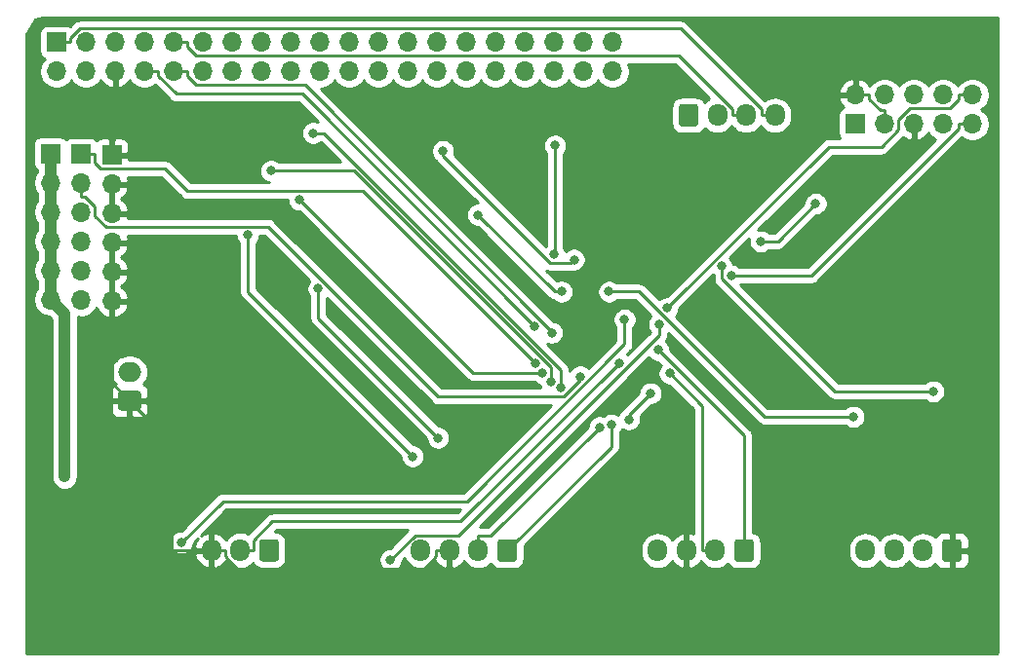
<source format=gbr>
%TF.GenerationSoftware,KiCad,Pcbnew,(5.1.9)-1*%
%TF.CreationDate,2021-03-21T01:20:57-03:00*%
%TF.ProjectId,harpiafc,68617270-6961-4666-932e-6b696361645f,rev?*%
%TF.SameCoordinates,Original*%
%TF.FileFunction,Copper,L2,Bot*%
%TF.FilePolarity,Positive*%
%FSLAX46Y46*%
G04 Gerber Fmt 4.6, Leading zero omitted, Abs format (unit mm)*
G04 Created by KiCad (PCBNEW (5.1.9)-1) date 2021-03-21 01:20:57*
%MOMM*%
%LPD*%
G01*
G04 APERTURE LIST*
%TA.AperFunction,ComponentPad*%
%ADD10O,1.700000X1.950000*%
%TD*%
%TA.AperFunction,ComponentPad*%
%ADD11R,1.700000X1.700000*%
%TD*%
%TA.AperFunction,ComponentPad*%
%ADD12O,1.700000X1.700000*%
%TD*%
%TA.AperFunction,ComponentPad*%
%ADD13O,2.000000X1.700000*%
%TD*%
%TA.AperFunction,ViaPad*%
%ADD14C,0.800000*%
%TD*%
%TA.AperFunction,Conductor*%
%ADD15C,0.250000*%
%TD*%
%TA.AperFunction,Conductor*%
%ADD16C,1.000000*%
%TD*%
%TA.AperFunction,Conductor*%
%ADD17C,0.254000*%
%TD*%
%TA.AperFunction,Conductor*%
%ADD18C,0.100000*%
%TD*%
G04 APERTURE END LIST*
D10*
%TO.P,J9,4*%
%TO.N,Net-(J9-Pad4)*%
X96894000Y-101346000D03*
%TO.P,J9,3*%
%TO.N,Net-(J9-Pad3)*%
X99394000Y-101346000D03*
%TO.P,J9,2*%
%TO.N,/unreg5V*%
X101894000Y-101346000D03*
%TO.P,J9,1*%
%TO.N,GNDPWR*%
%TA.AperFunction,ComponentPad*%
G36*
G01*
X105244000Y-100621000D02*
X105244000Y-102071000D01*
G75*
G02*
X104994000Y-102321000I-250000J0D01*
G01*
X103794000Y-102321000D01*
G75*
G02*
X103544000Y-102071000I0J250000D01*
G01*
X103544000Y-100621000D01*
G75*
G02*
X103794000Y-100371000I250000J0D01*
G01*
X104994000Y-100371000D01*
G75*
G02*
X105244000Y-100621000I0J-250000D01*
G01*
G37*
%TD.AperFunction*%
%TD*%
%TO.P,J8,4*%
%TO.N,/unreg5V*%
X58286000Y-101346000D03*
%TO.P,J8,3*%
%TO.N,GNDPWR*%
X60786000Y-101346000D03*
%TO.P,J8,2*%
%TO.N,/GPS_TX*%
X63286000Y-101346000D03*
%TO.P,J8,1*%
%TO.N,/GPS_RX*%
%TA.AperFunction,ComponentPad*%
G36*
G01*
X66636000Y-100621000D02*
X66636000Y-102071000D01*
G75*
G02*
X66386000Y-102321000I-250000J0D01*
G01*
X65186000Y-102321000D01*
G75*
G02*
X64936000Y-102071000I0J250000D01*
G01*
X64936000Y-100621000D01*
G75*
G02*
X65186000Y-100371000I250000J0D01*
G01*
X66386000Y-100371000D01*
G75*
G02*
X66636000Y-100621000I0J-250000D01*
G01*
G37*
%TD.AperFunction*%
%TD*%
%TO.P,J10,3*%
%TO.N,GNDPWR*%
X40116000Y-101320000D03*
%TO.P,J10,2*%
%TO.N,/RC_PPM_IN*%
X42616000Y-101320000D03*
%TO.P,J10,1*%
%TO.N,/unreg5V*%
%TA.AperFunction,ComponentPad*%
G36*
G01*
X45966000Y-100595000D02*
X45966000Y-102045000D01*
G75*
G02*
X45716000Y-102295000I-250000J0D01*
G01*
X44516000Y-102295000D01*
G75*
G02*
X44266000Y-102045000I0J250000D01*
G01*
X44266000Y-100595000D01*
G75*
G02*
X44516000Y-100345000I250000J0D01*
G01*
X45716000Y-100345000D01*
G75*
G02*
X45966000Y-100595000I0J-250000D01*
G01*
G37*
%TD.AperFunction*%
%TD*%
D11*
%TO.P,J2,1*%
%TO.N,/unreg5V*%
X26120000Y-66820000D03*
D12*
%TO.P,J2,2*%
X26120000Y-69360000D03*
%TO.P,J2,3*%
X26120000Y-71900000D03*
%TO.P,J2,4*%
X26120000Y-74440000D03*
%TO.P,J2,5*%
X26120000Y-76980000D03*
%TO.P,J2,6*%
X26120000Y-79520000D03*
%TD*%
D11*
%TO.P,J3,1*%
%TO.N,/3V3*%
X96012000Y-64262000D03*
D12*
%TO.P,J3,2*%
%TO.N,GNDPWR*%
X96012000Y-61722000D03*
%TO.P,J3,3*%
X98552000Y-64262000D03*
%TO.P,J3,4*%
%TO.N,Net-(J3-Pad4)*%
X98552000Y-61722000D03*
%TO.P,J3,5*%
%TO.N,GNDPWR*%
X101092000Y-64262000D03*
%TO.P,J3,6*%
%TO.N,/NRST*%
X101092000Y-61722000D03*
%TO.P,J3,7*%
%TO.N,Net-(J3-Pad7)*%
X103632000Y-64262000D03*
%TO.P,J3,8*%
%TO.N,Net-(J3-Pad8)*%
X103632000Y-61722000D03*
%TO.P,J3,9*%
%TO.N,/SWCLK*%
X106172000Y-64262000D03*
%TO.P,J3,10*%
%TO.N,/SWDIO*%
X106172000Y-61722000D03*
%TD*%
%TO.P,J4,6*%
%TO.N,GNDPWR*%
X31470000Y-79640000D03*
%TO.P,J4,5*%
X31470000Y-77100000D03*
%TO.P,J4,4*%
X31470000Y-74560000D03*
%TO.P,J4,3*%
X31470000Y-72020000D03*
%TO.P,J4,2*%
X31470000Y-69480000D03*
D11*
%TO.P,J4,1*%
X31470000Y-66940000D03*
%TD*%
%TO.P,J6,1*%
%TO.N,/OUT1*%
X28790000Y-66870000D03*
D12*
%TO.P,J6,2*%
%TO.N,/OUT2*%
X28790000Y-69410000D03*
%TO.P,J6,3*%
%TO.N,/OUT3*%
X28790000Y-71950000D03*
%TO.P,J6,4*%
%TO.N,/OUT4*%
X28790000Y-74490000D03*
%TO.P,J6,5*%
%TO.N,/OUT5*%
X28790000Y-77030000D03*
%TO.P,J6,6*%
%TO.N,/OUT6*%
X28790000Y-79570000D03*
%TD*%
D11*
%TO.P,J7,1*%
%TO.N,/3.3V_RPI*%
X26670000Y-57150000D03*
D12*
%TO.P,J7,2*%
%TO.N,Net-(J7-Pad2)*%
X26670000Y-59690000D03*
%TO.P,J7,3*%
%TO.N,/SDA_RPI*%
X29210000Y-57150000D03*
%TO.P,J7,4*%
%TO.N,Net-(J7-Pad4)*%
X29210000Y-59690000D03*
%TO.P,J7,5*%
%TO.N,/SCL_RPI*%
X31750000Y-57150000D03*
%TO.P,J7,6*%
%TO.N,GNDPWR*%
X31750000Y-59690000D03*
%TO.P,J7,7*%
%TO.N,Net-(J7-Pad7)*%
X34290000Y-57150000D03*
%TO.P,J7,8*%
%TO.N,/UART1_RX*%
X34290000Y-59690000D03*
%TO.P,J7,9*%
%TO.N,/GND_RPI*%
X36830000Y-57150000D03*
%TO.P,J7,10*%
%TO.N,/UART1_TX*%
X36830000Y-59690000D03*
%TO.P,J7,11*%
%TO.N,Net-(J7-Pad11)*%
X39370000Y-57150000D03*
%TO.P,J7,12*%
%TO.N,Net-(J7-Pad12)*%
X39370000Y-59690000D03*
%TO.P,J7,13*%
%TO.N,Net-(J7-Pad13)*%
X41910000Y-57150000D03*
%TO.P,J7,14*%
%TO.N,Net-(J7-Pad14)*%
X41910000Y-59690000D03*
%TO.P,J7,15*%
%TO.N,Net-(J7-Pad15)*%
X44450000Y-57150000D03*
%TO.P,J7,16*%
%TO.N,Net-(J7-Pad16)*%
X44450000Y-59690000D03*
%TO.P,J7,17*%
%TO.N,Net-(J7-Pad17)*%
X46990000Y-57150000D03*
%TO.P,J7,18*%
%TO.N,Net-(J7-Pad18)*%
X46990000Y-59690000D03*
%TO.P,J7,19*%
%TO.N,Net-(J7-Pad19)*%
X49530000Y-57150000D03*
%TO.P,J7,20*%
%TO.N,Net-(J7-Pad20)*%
X49530000Y-59690000D03*
%TO.P,J7,21*%
%TO.N,Net-(J7-Pad21)*%
X52070000Y-57150000D03*
%TO.P,J7,22*%
%TO.N,Net-(J7-Pad22)*%
X52070000Y-59690000D03*
%TO.P,J7,23*%
%TO.N,Net-(J7-Pad23)*%
X54610000Y-57150000D03*
%TO.P,J7,24*%
%TO.N,Net-(J7-Pad24)*%
X54610000Y-59690000D03*
%TO.P,J7,25*%
%TO.N,Net-(J7-Pad25)*%
X57150000Y-57150000D03*
%TO.P,J7,26*%
%TO.N,Net-(J7-Pad26)*%
X57150000Y-59690000D03*
%TO.P,J7,27*%
%TO.N,Net-(J7-Pad27)*%
X59690000Y-57150000D03*
%TO.P,J7,28*%
%TO.N,Net-(J7-Pad28)*%
X59690000Y-59690000D03*
%TO.P,J7,29*%
%TO.N,Net-(J7-Pad29)*%
X62230000Y-57150000D03*
%TO.P,J7,30*%
%TO.N,Net-(J7-Pad30)*%
X62230000Y-59690000D03*
%TO.P,J7,31*%
%TO.N,Net-(J7-Pad31)*%
X64770000Y-57150000D03*
%TO.P,J7,32*%
%TO.N,Net-(J7-Pad32)*%
X64770000Y-59690000D03*
%TO.P,J7,33*%
%TO.N,Net-(J7-Pad33)*%
X67310000Y-57150000D03*
%TO.P,J7,34*%
%TO.N,Net-(J7-Pad34)*%
X67310000Y-59690000D03*
%TO.P,J7,35*%
%TO.N,Net-(J7-Pad35)*%
X69850000Y-57150000D03*
%TO.P,J7,36*%
%TO.N,Net-(J7-Pad36)*%
X69850000Y-59690000D03*
%TO.P,J7,37*%
%TO.N,Net-(J7-Pad37)*%
X72390000Y-57150000D03*
%TO.P,J7,38*%
%TO.N,Net-(J7-Pad38)*%
X72390000Y-59690000D03*
%TO.P,J7,39*%
%TO.N,Net-(J7-Pad39)*%
X74930000Y-57150000D03*
%TO.P,J7,40*%
%TO.N,Net-(J7-Pad40)*%
X74930000Y-59690000D03*
%TD*%
%TO.P,J11,1*%
%TO.N,/I2C3_SDA*%
%TA.AperFunction,ComponentPad*%
G36*
G01*
X87210000Y-100621000D02*
X87210000Y-102071000D01*
G75*
G02*
X86960000Y-102321000I-250000J0D01*
G01*
X85760000Y-102321000D01*
G75*
G02*
X85510000Y-102071000I0J250000D01*
G01*
X85510000Y-100621000D01*
G75*
G02*
X85760000Y-100371000I250000J0D01*
G01*
X86960000Y-100371000D01*
G75*
G02*
X87210000Y-100621000I0J-250000D01*
G01*
G37*
%TD.AperFunction*%
D10*
%TO.P,J11,2*%
%TO.N,/I2C3_SCL*%
X83860000Y-101346000D03*
%TO.P,J11,3*%
%TO.N,GNDPWR*%
X81360000Y-101346000D03*
%TO.P,J11,4*%
%TO.N,/unreg5V*%
X78860000Y-101346000D03*
%TD*%
%TO.P,J12,4*%
%TO.N,/3.3V_RPI*%
X89034000Y-63500000D03*
%TO.P,J12,3*%
%TO.N,/GND_RPI*%
X86534000Y-63500000D03*
%TO.P,J12,2*%
%TO.N,/SCL_RPI*%
X84034000Y-63500000D03*
%TO.P,J12,1*%
%TO.N,/SDA_RPI*%
%TA.AperFunction,ComponentPad*%
G36*
G01*
X80684000Y-64225000D02*
X80684000Y-62775000D01*
G75*
G02*
X80934000Y-62525000I250000J0D01*
G01*
X82134000Y-62525000D01*
G75*
G02*
X82384000Y-62775000I0J-250000D01*
G01*
X82384000Y-64225000D01*
G75*
G02*
X82134000Y-64475000I-250000J0D01*
G01*
X80934000Y-64475000D01*
G75*
G02*
X80684000Y-64225000I0J250000D01*
G01*
G37*
%TD.AperFunction*%
%TD*%
%TO.P,J1,1*%
%TO.N,GNDPWR*%
%TA.AperFunction,ComponentPad*%
G36*
G01*
X33760000Y-89170000D02*
X32260000Y-89170000D01*
G75*
G02*
X32010000Y-88920000I0J250000D01*
G01*
X32010000Y-87720000D01*
G75*
G02*
X32260000Y-87470000I250000J0D01*
G01*
X33760000Y-87470000D01*
G75*
G02*
X34010000Y-87720000I0J-250000D01*
G01*
X34010000Y-88920000D01*
G75*
G02*
X33760000Y-89170000I-250000J0D01*
G01*
G37*
%TD.AperFunction*%
D13*
%TO.P,J1,2*%
%TO.N,/5V_BAT*%
X33010000Y-85820000D03*
%TD*%
D14*
%TO.N,GNDPWR*%
X92666200Y-74773000D03*
X30215100Y-107797700D03*
%TO.N,/unreg5V*%
X27358700Y-94920000D03*
%TO.N,Net-(C21-Pad1)*%
X78244000Y-87660900D03*
X76356100Y-89933500D03*
%TO.N,Net-(D3-Pad1)*%
X60220600Y-66602100D03*
X71590000Y-76057500D03*
%TO.N,Net-(D4-Pad1)*%
X63245500Y-72153600D03*
X70510000Y-78833600D03*
%TO.N,/SWCLK*%
X85284800Y-77447000D03*
%TO.N,/SWDIO*%
X79692000Y-80265800D03*
%TO.N,/OUT1*%
X68233000Y-85069500D03*
%TO.N,/OUT2*%
X72131700Y-86201700D03*
%TO.N,/UART1_RX*%
X68191200Y-81861700D03*
%TO.N,/UART1_TX*%
X69672800Y-82406300D03*
%TO.N,/GPS_TX*%
X73816000Y-90606800D03*
%TO.N,/GPS_RX*%
X74816400Y-90404700D03*
%TO.N,/RC_PPM_IN*%
X75492700Y-85072500D03*
%TO.N,/I2C1_SCL*%
X87820500Y-74465400D03*
X92581500Y-71173600D03*
%TO.N,/GYRO_CS*%
X59796300Y-91541100D03*
X49394600Y-78569600D03*
%TO.N,/BOOT0*%
X69940300Y-66122800D03*
X69870600Y-75604100D03*
%TO.N,/USB+*%
X55664200Y-102144300D03*
X78994100Y-81649900D03*
%TO.N,/USB-*%
X37531500Y-100623800D03*
X75977700Y-81250100D03*
%TO.N,/GYRO_SCK*%
X69565800Y-86639000D03*
X45293100Y-68334200D03*
%TO.N,/GYRO_MISO*%
X57576700Y-93151200D03*
X43272200Y-73901400D03*
%TO.N,/GYRO_MOSI*%
X70440400Y-87199000D03*
X48938200Y-65045700D03*
%TO.N,/GYRO_INT*%
X68851800Y-85890600D03*
X47760900Y-70844000D03*
%TO.N,/FLASH_SCK*%
X84385400Y-76620300D03*
X102771800Y-87503000D03*
%TO.N,/FLASH_MOSI*%
X74631800Y-78832700D03*
X95849200Y-89710900D03*
%TO.N,/I2C3_SCL*%
X79885700Y-85945000D03*
%TO.N,/I2C3_SDA*%
X78899300Y-83905200D03*
%TD*%
D15*
%TO.N,GNDPWR*%
X96012000Y-61722000D02*
X97187300Y-61722000D01*
X98552000Y-64262000D02*
X98552000Y-63086700D01*
X98552000Y-63086700D02*
X98184700Y-63086700D01*
X98184700Y-63086700D02*
X97187300Y-62089300D01*
X97187300Y-62089300D02*
X97187300Y-61722000D01*
X101092000Y-65437300D02*
X92666200Y-73863100D01*
X92666200Y-73863100D02*
X92666200Y-74773000D01*
X40116000Y-101320000D02*
X41291300Y-101320000D01*
X60786000Y-101346000D02*
X59610700Y-101346000D01*
X59610700Y-101346000D02*
X59610700Y-101860200D01*
X59610700Y-101860200D02*
X58574700Y-102896200D01*
X58574700Y-102896200D02*
X42353300Y-102896200D01*
X42353300Y-102896200D02*
X41291300Y-101834200D01*
X41291300Y-101834200D02*
X41291300Y-101320000D01*
X40116000Y-101320000D02*
X38940700Y-101320000D01*
X36692800Y-101320000D02*
X36721900Y-101349100D01*
X36721900Y-101349100D02*
X38911600Y-101349100D01*
X38911600Y-101349100D02*
X38940700Y-101320000D01*
X31470000Y-66940000D02*
X31470000Y-65764700D01*
X31470000Y-65764700D02*
X31750000Y-65484700D01*
X31750000Y-65484700D02*
X31750000Y-59690000D01*
X33010000Y-88320000D02*
X31470000Y-86780000D01*
X31470000Y-86780000D02*
X31470000Y-79640000D01*
X36692800Y-101320000D02*
X36692800Y-92002800D01*
X36692800Y-92002800D02*
X33010000Y-88320000D01*
X36692800Y-101320000D02*
X30215100Y-107797700D01*
X101092000Y-64262000D02*
X101092000Y-65437300D01*
X31470000Y-79640000D02*
X31470000Y-77100000D01*
X31470000Y-77100000D02*
X31470000Y-74560000D01*
X31470000Y-69480000D02*
X31470000Y-72020000D01*
D16*
%TO.N,/unreg5V*%
X27358700Y-80758700D02*
X26120000Y-79520000D01*
X27358700Y-94920000D02*
X27358700Y-80758700D01*
X26120000Y-79520000D02*
X26120000Y-66820000D01*
D15*
%TO.N,Net-(C21-Pad1)*%
X78244000Y-87660900D02*
X76356100Y-89548800D01*
X76356100Y-89548800D02*
X76356100Y-89933500D01*
%TO.N,Net-(D3-Pad1)*%
X60220600Y-66602100D02*
X60220600Y-67021600D01*
X60220600Y-67021600D02*
X69528500Y-76329500D01*
X69528500Y-76329500D02*
X71318000Y-76329500D01*
X71318000Y-76329500D02*
X71590000Y-76057500D01*
%TO.N,Net-(D4-Pad1)*%
X63245500Y-72153600D02*
X69925500Y-78833600D01*
X69925500Y-78833600D02*
X70510000Y-78833600D01*
%TO.N,/SWCLK*%
X104996700Y-64262000D02*
X104996700Y-64629300D01*
X104996700Y-64629300D02*
X92179000Y-77447000D01*
X92179000Y-77447000D02*
X85284800Y-77447000D01*
X106172000Y-64262000D02*
X104996700Y-64262000D01*
%TO.N,/SWDIO*%
X106172000Y-61722000D02*
X104996700Y-61722000D01*
X79692000Y-80265800D02*
X93733400Y-66224400D01*
X93733400Y-66224400D02*
X98280400Y-66224400D01*
X98280400Y-66224400D02*
X99727400Y-64777400D01*
X99727400Y-64777400D02*
X99727400Y-63931900D01*
X99727400Y-63931900D02*
X100762000Y-62897300D01*
X100762000Y-62897300D02*
X104188800Y-62897300D01*
X104188800Y-62897300D02*
X104996700Y-62089400D01*
X104996700Y-62089400D02*
X104996700Y-61722000D01*
%TO.N,/OUT1*%
X28790000Y-66870000D02*
X29965300Y-66870000D01*
X68233000Y-85069500D02*
X53274300Y-70110800D01*
X53274300Y-70110800D02*
X38054700Y-70110800D01*
X38054700Y-70110800D02*
X36059300Y-68115400D01*
X36059300Y-68115400D02*
X30476100Y-68115400D01*
X30476100Y-68115400D02*
X29965300Y-67604600D01*
X29965300Y-67604600D02*
X29965300Y-66870000D01*
%TO.N,/OUT2*%
X28790000Y-70585300D02*
X29157400Y-70585300D01*
X29157400Y-70585300D02*
X29965300Y-71393200D01*
X29965300Y-71393200D02*
X29965300Y-72238100D01*
X29965300Y-72238100D02*
X30960200Y-73233000D01*
X30960200Y-73233000D02*
X42914900Y-73233000D01*
X42914900Y-73233000D02*
X42971800Y-73176100D01*
X42971800Y-73176100D02*
X45026900Y-73176100D01*
X45026900Y-73176100D02*
X59812600Y-87961800D01*
X59812600Y-87961800D02*
X70703600Y-87961800D01*
X70703600Y-87961800D02*
X72131600Y-86533800D01*
X72131600Y-86533800D02*
X72131600Y-86201700D01*
X72131600Y-86201700D02*
X72131700Y-86201700D01*
X28790000Y-69410000D02*
X28790000Y-70585300D01*
%TO.N,/UART1_RX*%
X35465300Y-59690000D02*
X35465300Y-60057300D01*
X35465300Y-60057300D02*
X37046800Y-61638800D01*
X37046800Y-61638800D02*
X47968300Y-61638800D01*
X47968300Y-61638800D02*
X68191200Y-81861700D01*
X34290000Y-59690000D02*
X35465300Y-59690000D01*
%TO.N,/UART1_TX*%
X38005300Y-59690000D02*
X38005300Y-60057400D01*
X38005300Y-60057400D02*
X38813200Y-60865300D01*
X38813200Y-60865300D02*
X48220600Y-60865300D01*
X48220600Y-60865300D02*
X69672800Y-82317500D01*
X69672800Y-82317500D02*
X69672800Y-82406300D01*
X36830000Y-59690000D02*
X38005300Y-59690000D01*
%TO.N,/GPS_TX*%
X63286000Y-100045700D02*
X64377100Y-100045700D01*
X64377100Y-100045700D02*
X73816000Y-90606800D01*
X63286000Y-101346000D02*
X63286000Y-100045700D01*
%TO.N,/GPS_RX*%
X65786000Y-101346000D02*
X74816400Y-92315600D01*
X74816400Y-92315600D02*
X74816400Y-90404700D01*
%TO.N,/RC_PPM_IN*%
X43791300Y-101320000D02*
X43791300Y-100438500D01*
X43791300Y-100438500D02*
X45416500Y-98813300D01*
X45416500Y-98813300D02*
X61751900Y-98813300D01*
X61751900Y-98813300D02*
X75492700Y-85072500D01*
X42616000Y-101320000D02*
X43791300Y-101320000D01*
%TO.N,/I2C1_SCL*%
X87820500Y-74465400D02*
X89289700Y-74465400D01*
X89289700Y-74465400D02*
X92581500Y-71173600D01*
%TO.N,/GYRO_CS*%
X59796300Y-91541100D02*
X49394600Y-81139400D01*
X49394600Y-81139400D02*
X49394600Y-78569600D01*
%TO.N,/BOOT0*%
X69870600Y-75604100D02*
X69940300Y-75534400D01*
X69940300Y-75534400D02*
X69940300Y-66122800D01*
%TO.N,/USB+*%
X55664200Y-102144300D02*
X57803100Y-100005400D01*
X57803100Y-100005400D02*
X61588400Y-100005400D01*
X61588400Y-100005400D02*
X78994100Y-82599700D01*
X78994100Y-82599700D02*
X78994100Y-81649900D01*
%TO.N,/USB-*%
X75977700Y-81250100D02*
X75977700Y-83391900D01*
X75977700Y-83391900D02*
X62330300Y-97039300D01*
X62330300Y-97039300D02*
X41116000Y-97039300D01*
X41116000Y-97039300D02*
X37531500Y-100623800D01*
%TO.N,/GYRO_SCK*%
X69565800Y-86639000D02*
X69588800Y-86616000D01*
X69588800Y-86616000D02*
X69588800Y-85399500D01*
X69588800Y-85399500D02*
X52523500Y-68334200D01*
X52523500Y-68334200D02*
X45293100Y-68334200D01*
%TO.N,/GYRO_MISO*%
X43272200Y-73901400D02*
X43272200Y-78846700D01*
X43272200Y-78846700D02*
X57576700Y-93151200D01*
%TO.N,/GYRO_MOSI*%
X48938200Y-65045700D02*
X49871900Y-65045700D01*
X49871900Y-65045700D02*
X70440400Y-85614200D01*
X70440400Y-85614200D02*
X70440400Y-87199000D01*
%TO.N,/GYRO_INT*%
X68851800Y-85890600D02*
X62807500Y-85890600D01*
X62807500Y-85890600D02*
X47760900Y-70844000D01*
%TO.N,/FLASH_SCK*%
X102771800Y-87503000D02*
X94242500Y-87503000D01*
X94242500Y-87503000D02*
X84453900Y-77714400D01*
X84453900Y-77714400D02*
X84453900Y-76688700D01*
X84453900Y-76688700D02*
X84453800Y-76688700D01*
X84453800Y-76688700D02*
X84385400Y-76620300D01*
%TO.N,/FLASH_MOSI*%
X74631800Y-78832700D02*
X77233200Y-78832700D01*
X77233200Y-78832700D02*
X88111400Y-89710900D01*
X88111400Y-89710900D02*
X95849200Y-89710900D01*
%TO.N,/3.3V_RPI*%
X89034000Y-63500000D02*
X87858700Y-63500000D01*
X26670000Y-57150000D02*
X27845300Y-57150000D01*
X27845300Y-57150000D02*
X27845300Y-56782700D01*
X27845300Y-56782700D02*
X28659800Y-55968200D01*
X28659800Y-55968200D02*
X80841100Y-55968200D01*
X80841100Y-55968200D02*
X87858700Y-62985800D01*
X87858700Y-62985800D02*
X87858700Y-63500000D01*
%TO.N,/GND_RPI*%
X86534000Y-63500000D02*
X85358700Y-63500000D01*
X36830000Y-57150000D02*
X38005300Y-57150000D01*
X38005300Y-57150000D02*
X38005300Y-57517400D01*
X38005300Y-57517400D02*
X38813200Y-58325300D01*
X38813200Y-58325300D02*
X80698200Y-58325300D01*
X80698200Y-58325300D02*
X85358700Y-62985800D01*
X85358700Y-62985800D02*
X85358700Y-63500000D01*
%TO.N,/I2C3_SCL*%
X83860000Y-101346000D02*
X82684700Y-101346000D01*
X82684700Y-101346000D02*
X82684700Y-88744000D01*
X82684700Y-88744000D02*
X79885700Y-85945000D01*
%TO.N,/I2C3_SDA*%
X86360000Y-101346000D02*
X86360000Y-91365900D01*
X86360000Y-91365900D02*
X78899300Y-83905200D01*
%TD*%
D17*
%TO.N,GNDPWR*%
X108400000Y-70044382D02*
X108400001Y-110185388D01*
X108374524Y-110207475D01*
X108295406Y-110252648D01*
X108209010Y-110281596D01*
X108092382Y-110296588D01*
X24003000Y-110290035D01*
X24003000Y-101679267D01*
X38649680Y-101679267D01*
X38723558Y-101960830D01*
X38850947Y-102222570D01*
X39026951Y-102454429D01*
X39244807Y-102647496D01*
X39496142Y-102794352D01*
X39759110Y-102886476D01*
X39989000Y-102765155D01*
X39989000Y-101447000D01*
X38789835Y-101447000D01*
X38649680Y-101679267D01*
X24003000Y-101679267D01*
X24003000Y-65970000D01*
X24631928Y-65970000D01*
X24631928Y-67670000D01*
X24644188Y-67794482D01*
X24680498Y-67914180D01*
X24739463Y-68024494D01*
X24818815Y-68121185D01*
X24915506Y-68200537D01*
X24985001Y-68237683D01*
X24985001Y-68394892D01*
X24966525Y-68413368D01*
X24804010Y-68656589D01*
X24692068Y-68926842D01*
X24635000Y-69213740D01*
X24635000Y-69506260D01*
X24692068Y-69793158D01*
X24804010Y-70063411D01*
X24966525Y-70306632D01*
X24985001Y-70325108D01*
X24985001Y-70934892D01*
X24966525Y-70953368D01*
X24804010Y-71196589D01*
X24692068Y-71466842D01*
X24635000Y-71753740D01*
X24635000Y-72046260D01*
X24692068Y-72333158D01*
X24804010Y-72603411D01*
X24966525Y-72846632D01*
X24985001Y-72865108D01*
X24985000Y-73474893D01*
X24966525Y-73493368D01*
X24804010Y-73736589D01*
X24692068Y-74006842D01*
X24635000Y-74293740D01*
X24635000Y-74586260D01*
X24692068Y-74873158D01*
X24804010Y-75143411D01*
X24966525Y-75386632D01*
X24985000Y-75405107D01*
X24985000Y-76014893D01*
X24966525Y-76033368D01*
X24804010Y-76276589D01*
X24692068Y-76546842D01*
X24635000Y-76833740D01*
X24635000Y-77126260D01*
X24692068Y-77413158D01*
X24804010Y-77683411D01*
X24966525Y-77926632D01*
X24985000Y-77945107D01*
X24985000Y-78554893D01*
X24966525Y-78573368D01*
X24804010Y-78816589D01*
X24692068Y-79086842D01*
X24635000Y-79373740D01*
X24635000Y-79666260D01*
X24692068Y-79953158D01*
X24804010Y-80223411D01*
X24966525Y-80466632D01*
X25173368Y-80673475D01*
X25416589Y-80835990D01*
X25686842Y-80947932D01*
X25973740Y-81005000D01*
X25999868Y-81005000D01*
X26223701Y-81228833D01*
X26223700Y-94975751D01*
X26240123Y-95142498D01*
X26305024Y-95356446D01*
X26410416Y-95553623D01*
X26552251Y-95726449D01*
X26725077Y-95868284D01*
X26922253Y-95973676D01*
X27136201Y-96038577D01*
X27358700Y-96060491D01*
X27581198Y-96038577D01*
X27795146Y-95973676D01*
X27992323Y-95868284D01*
X28165149Y-95726449D01*
X28306984Y-95553623D01*
X28412376Y-95356447D01*
X28477277Y-95142499D01*
X28493700Y-94975752D01*
X28493700Y-89170000D01*
X31371928Y-89170000D01*
X31384188Y-89294482D01*
X31420498Y-89414180D01*
X31479463Y-89524494D01*
X31558815Y-89621185D01*
X31655506Y-89700537D01*
X31765820Y-89759502D01*
X31885518Y-89795812D01*
X32010000Y-89808072D01*
X32724250Y-89805000D01*
X32883000Y-89646250D01*
X32883000Y-88447000D01*
X33137000Y-88447000D01*
X33137000Y-89646250D01*
X33295750Y-89805000D01*
X34010000Y-89808072D01*
X34134482Y-89795812D01*
X34254180Y-89759502D01*
X34364494Y-89700537D01*
X34461185Y-89621185D01*
X34540537Y-89524494D01*
X34599502Y-89414180D01*
X34635812Y-89294482D01*
X34648072Y-89170000D01*
X34645000Y-88605750D01*
X34486250Y-88447000D01*
X33137000Y-88447000D01*
X32883000Y-88447000D01*
X31533750Y-88447000D01*
X31375000Y-88605750D01*
X31371928Y-89170000D01*
X28493700Y-89170000D01*
X28493700Y-85820000D01*
X31367815Y-85820000D01*
X31396487Y-86111111D01*
X31481401Y-86391034D01*
X31619294Y-86649014D01*
X31800608Y-86869945D01*
X31765820Y-86880498D01*
X31655506Y-86939463D01*
X31558815Y-87018815D01*
X31479463Y-87115506D01*
X31420498Y-87225820D01*
X31384188Y-87345518D01*
X31371928Y-87470000D01*
X31375000Y-88034250D01*
X31533750Y-88193000D01*
X32883000Y-88193000D01*
X32883000Y-88173000D01*
X33137000Y-88173000D01*
X33137000Y-88193000D01*
X34486250Y-88193000D01*
X34645000Y-88034250D01*
X34648072Y-87470000D01*
X34635812Y-87345518D01*
X34599502Y-87225820D01*
X34540537Y-87115506D01*
X34461185Y-87018815D01*
X34364494Y-86939463D01*
X34254180Y-86880498D01*
X34219392Y-86869945D01*
X34400706Y-86649014D01*
X34538599Y-86391034D01*
X34623513Y-86111111D01*
X34652185Y-85820000D01*
X34623513Y-85528889D01*
X34538599Y-85248966D01*
X34400706Y-84990986D01*
X34215134Y-84764866D01*
X33989014Y-84579294D01*
X33731034Y-84441401D01*
X33451111Y-84356487D01*
X33232950Y-84335000D01*
X32787050Y-84335000D01*
X32568889Y-84356487D01*
X32288966Y-84441401D01*
X32030986Y-84579294D01*
X31804866Y-84764866D01*
X31619294Y-84990986D01*
X31481401Y-85248966D01*
X31396487Y-85528889D01*
X31367815Y-85820000D01*
X28493700Y-85820000D01*
X28493700Y-81025155D01*
X28643740Y-81055000D01*
X28936260Y-81055000D01*
X29223158Y-80997932D01*
X29493411Y-80885990D01*
X29736632Y-80723475D01*
X29943475Y-80516632D01*
X30105990Y-80273411D01*
X30119375Y-80241096D01*
X30198359Y-80406920D01*
X30372412Y-80640269D01*
X30588645Y-80835178D01*
X30838748Y-80984157D01*
X31113109Y-81081481D01*
X31343000Y-80960814D01*
X31343000Y-79767000D01*
X31597000Y-79767000D01*
X31597000Y-80960814D01*
X31826891Y-81081481D01*
X32101252Y-80984157D01*
X32351355Y-80835178D01*
X32567588Y-80640269D01*
X32741641Y-80406920D01*
X32866825Y-80144099D01*
X32911476Y-79996890D01*
X32790155Y-79767000D01*
X31597000Y-79767000D01*
X31343000Y-79767000D01*
X31323000Y-79767000D01*
X31323000Y-79513000D01*
X31343000Y-79513000D01*
X31343000Y-77227000D01*
X31597000Y-77227000D01*
X31597000Y-79513000D01*
X32790155Y-79513000D01*
X32911476Y-79283110D01*
X32866825Y-79135901D01*
X32741641Y-78873080D01*
X32567588Y-78639731D01*
X32351355Y-78444822D01*
X32225745Y-78370000D01*
X32351355Y-78295178D01*
X32567588Y-78100269D01*
X32741641Y-77866920D01*
X32866825Y-77604099D01*
X32911476Y-77456890D01*
X32790155Y-77227000D01*
X31597000Y-77227000D01*
X31343000Y-77227000D01*
X31323000Y-77227000D01*
X31323000Y-76973000D01*
X31343000Y-76973000D01*
X31343000Y-74687000D01*
X31597000Y-74687000D01*
X31597000Y-76973000D01*
X32790155Y-76973000D01*
X32911476Y-76743110D01*
X32866825Y-76595901D01*
X32741641Y-76333080D01*
X32567588Y-76099731D01*
X32351355Y-75904822D01*
X32225745Y-75830000D01*
X32351355Y-75755178D01*
X32567588Y-75560269D01*
X32741641Y-75326920D01*
X32866825Y-75064099D01*
X32911476Y-74916890D01*
X32790155Y-74687000D01*
X31597000Y-74687000D01*
X31343000Y-74687000D01*
X31323000Y-74687000D01*
X31323000Y-74433000D01*
X31343000Y-74433000D01*
X31343000Y-74413000D01*
X31597000Y-74413000D01*
X31597000Y-74433000D01*
X32790155Y-74433000D01*
X32911476Y-74203110D01*
X32866825Y-74055901D01*
X32836865Y-73993000D01*
X42237200Y-73993000D01*
X42237200Y-74003339D01*
X42276974Y-74203298D01*
X42354995Y-74391656D01*
X42468263Y-74561174D01*
X42512200Y-74605111D01*
X42512201Y-78809368D01*
X42508524Y-78846700D01*
X42523198Y-78995685D01*
X42566654Y-79138946D01*
X42637226Y-79270976D01*
X42700927Y-79348595D01*
X42732200Y-79386701D01*
X42761198Y-79410499D01*
X56541700Y-93191002D01*
X56541700Y-93253139D01*
X56581474Y-93453098D01*
X56659495Y-93641456D01*
X56772763Y-93810974D01*
X56916926Y-93955137D01*
X57086444Y-94068405D01*
X57274802Y-94146426D01*
X57474761Y-94186200D01*
X57678639Y-94186200D01*
X57878598Y-94146426D01*
X58066956Y-94068405D01*
X58236474Y-93955137D01*
X58380637Y-93810974D01*
X58493905Y-93641456D01*
X58571926Y-93453098D01*
X58611700Y-93253139D01*
X58611700Y-93049261D01*
X58571926Y-92849302D01*
X58493905Y-92660944D01*
X58380637Y-92491426D01*
X58236474Y-92347263D01*
X58066956Y-92233995D01*
X57878598Y-92155974D01*
X57678639Y-92116200D01*
X57616502Y-92116200D01*
X44032200Y-78531899D01*
X44032200Y-74605111D01*
X44076137Y-74561174D01*
X44189405Y-74391656D01*
X44267426Y-74203298D01*
X44307200Y-74003339D01*
X44307200Y-73936100D01*
X44712099Y-73936100D01*
X48638244Y-77862245D01*
X48590663Y-77909826D01*
X48477395Y-78079344D01*
X48399374Y-78267702D01*
X48359600Y-78467661D01*
X48359600Y-78671539D01*
X48399374Y-78871498D01*
X48477395Y-79059856D01*
X48590663Y-79229374D01*
X48634601Y-79273312D01*
X48634600Y-81102077D01*
X48630924Y-81139400D01*
X48634600Y-81176722D01*
X48634600Y-81176732D01*
X48645597Y-81288385D01*
X48682814Y-81411074D01*
X48689054Y-81431646D01*
X48759626Y-81563676D01*
X48791376Y-81602363D01*
X48854599Y-81679401D01*
X48883603Y-81703204D01*
X58761300Y-91580902D01*
X58761300Y-91643039D01*
X58801074Y-91842998D01*
X58879095Y-92031356D01*
X58992363Y-92200874D01*
X59136526Y-92345037D01*
X59306044Y-92458305D01*
X59494402Y-92536326D01*
X59694361Y-92576100D01*
X59898239Y-92576100D01*
X60098198Y-92536326D01*
X60286556Y-92458305D01*
X60456074Y-92345037D01*
X60600237Y-92200874D01*
X60713505Y-92031356D01*
X60791526Y-91842998D01*
X60831300Y-91643039D01*
X60831300Y-91439161D01*
X60791526Y-91239202D01*
X60713505Y-91050844D01*
X60600237Y-90881326D01*
X60456074Y-90737163D01*
X60286556Y-90623895D01*
X60098198Y-90545874D01*
X59898239Y-90506100D01*
X59836102Y-90506100D01*
X50154600Y-80824599D01*
X50154600Y-79378602D01*
X59248805Y-88472808D01*
X59272599Y-88501801D01*
X59301592Y-88525595D01*
X59301596Y-88525599D01*
X59365576Y-88578105D01*
X59388324Y-88596774D01*
X59520353Y-88667346D01*
X59663614Y-88710803D01*
X59775267Y-88721800D01*
X59775276Y-88721800D01*
X59812599Y-88725476D01*
X59849922Y-88721800D01*
X69572998Y-88721800D01*
X62015499Y-96279300D01*
X41153333Y-96279300D01*
X41116000Y-96275623D01*
X41078667Y-96279300D01*
X40967014Y-96290297D01*
X40823753Y-96333754D01*
X40691724Y-96404326D01*
X40575999Y-96499299D01*
X40552201Y-96528297D01*
X37491699Y-99588800D01*
X37429561Y-99588800D01*
X37229602Y-99628574D01*
X37041244Y-99706595D01*
X36871726Y-99819863D01*
X36727563Y-99964026D01*
X36614295Y-100133544D01*
X36536274Y-100321902D01*
X36496500Y-100521861D01*
X36496500Y-100725739D01*
X36536274Y-100925698D01*
X36614295Y-101114056D01*
X36727563Y-101283574D01*
X36871726Y-101427737D01*
X37041244Y-101541005D01*
X37229602Y-101619026D01*
X37429561Y-101658800D01*
X37633439Y-101658800D01*
X37833398Y-101619026D01*
X38021756Y-101541005D01*
X38191274Y-101427737D01*
X38335437Y-101283574D01*
X38448705Y-101114056D01*
X38526726Y-100925698D01*
X38566500Y-100725739D01*
X38566500Y-100663601D01*
X38971557Y-100258544D01*
X38850947Y-100417430D01*
X38723558Y-100679170D01*
X38649680Y-100960733D01*
X38789835Y-101193000D01*
X39989000Y-101193000D01*
X39989000Y-99874845D01*
X39759110Y-99753524D01*
X39496142Y-99845648D01*
X39244807Y-99992504D01*
X39181445Y-100048656D01*
X41430802Y-97799300D01*
X61691099Y-97799300D01*
X61437099Y-98053300D01*
X45453823Y-98053300D01*
X45416500Y-98049624D01*
X45379177Y-98053300D01*
X45379167Y-98053300D01*
X45267514Y-98064297D01*
X45124253Y-98107754D01*
X44992223Y-98178326D01*
X44908583Y-98246968D01*
X44876499Y-98273299D01*
X44852701Y-98302297D01*
X43285804Y-99869195D01*
X43187034Y-99816401D01*
X42907111Y-99731487D01*
X42616000Y-99702815D01*
X42324890Y-99731487D01*
X42044967Y-99816401D01*
X41786987Y-99954294D01*
X41560866Y-100139866D01*
X41375294Y-100365986D01*
X41361538Y-100391722D01*
X41205049Y-100185571D01*
X40987193Y-99992504D01*
X40735858Y-99845648D01*
X40472890Y-99753524D01*
X40243000Y-99874845D01*
X40243000Y-101193000D01*
X40263000Y-101193000D01*
X40263000Y-101447000D01*
X40243000Y-101447000D01*
X40243000Y-102765155D01*
X40472890Y-102886476D01*
X40735858Y-102794352D01*
X40987193Y-102647496D01*
X41205049Y-102454429D01*
X41361538Y-102248278D01*
X41375294Y-102274013D01*
X41560866Y-102500134D01*
X41786986Y-102685706D01*
X42044966Y-102823599D01*
X42324889Y-102908513D01*
X42616000Y-102937185D01*
X42907110Y-102908513D01*
X43187033Y-102823599D01*
X43445013Y-102685706D01*
X43671134Y-102500134D01*
X43723223Y-102436663D01*
X43777595Y-102538386D01*
X43888038Y-102672962D01*
X44022614Y-102783405D01*
X44176150Y-102865472D01*
X44342746Y-102916008D01*
X44516000Y-102933072D01*
X45716000Y-102933072D01*
X45889254Y-102916008D01*
X46055850Y-102865472D01*
X46209386Y-102783405D01*
X46343962Y-102672962D01*
X46454405Y-102538386D01*
X46536472Y-102384850D01*
X46587008Y-102218254D01*
X46604072Y-102045000D01*
X46604072Y-100595000D01*
X46587008Y-100421746D01*
X46536472Y-100255150D01*
X46454405Y-100101614D01*
X46343962Y-99967038D01*
X46209386Y-99856595D01*
X46055850Y-99774528D01*
X45889254Y-99723992D01*
X45716000Y-99706928D01*
X45597674Y-99706928D01*
X45731302Y-99573300D01*
X57160397Y-99573300D01*
X55624399Y-101109300D01*
X55562261Y-101109300D01*
X55362302Y-101149074D01*
X55173944Y-101227095D01*
X55004426Y-101340363D01*
X54860263Y-101484526D01*
X54746995Y-101654044D01*
X54668974Y-101842402D01*
X54629200Y-102042361D01*
X54629200Y-102246239D01*
X54668974Y-102446198D01*
X54746995Y-102634556D01*
X54860263Y-102804074D01*
X55004426Y-102948237D01*
X55173944Y-103061505D01*
X55362302Y-103139526D01*
X55562261Y-103179300D01*
X55766139Y-103179300D01*
X55966098Y-103139526D01*
X56154456Y-103061505D01*
X56323974Y-102948237D01*
X56468137Y-102804074D01*
X56581405Y-102634556D01*
X56659426Y-102446198D01*
X56699200Y-102246239D01*
X56699200Y-102184101D01*
X56892009Y-101991293D01*
X56907401Y-102042033D01*
X57045294Y-102300013D01*
X57230866Y-102526134D01*
X57456986Y-102711706D01*
X57714966Y-102849599D01*
X57994889Y-102934513D01*
X58286000Y-102963185D01*
X58577110Y-102934513D01*
X58857033Y-102849599D01*
X59115013Y-102711706D01*
X59341134Y-102526134D01*
X59526706Y-102300014D01*
X59540462Y-102274278D01*
X59696951Y-102480429D01*
X59914807Y-102673496D01*
X60166142Y-102820352D01*
X60429110Y-102912476D01*
X60659000Y-102791155D01*
X60659000Y-101473000D01*
X60639000Y-101473000D01*
X60639000Y-101219000D01*
X60659000Y-101219000D01*
X60659000Y-101199000D01*
X60913000Y-101199000D01*
X60913000Y-101219000D01*
X60933000Y-101219000D01*
X60933000Y-101473000D01*
X60913000Y-101473000D01*
X60913000Y-102791155D01*
X61142890Y-102912476D01*
X61405858Y-102820352D01*
X61657193Y-102673496D01*
X61875049Y-102480429D01*
X62031538Y-102274278D01*
X62045294Y-102300013D01*
X62230866Y-102526134D01*
X62456986Y-102711706D01*
X62714966Y-102849599D01*
X62994889Y-102934513D01*
X63286000Y-102963185D01*
X63577110Y-102934513D01*
X63857033Y-102849599D01*
X64115013Y-102711706D01*
X64341134Y-102526134D01*
X64393223Y-102462663D01*
X64447595Y-102564386D01*
X64558038Y-102698962D01*
X64692614Y-102809405D01*
X64846150Y-102891472D01*
X65012746Y-102942008D01*
X65186000Y-102959072D01*
X66386000Y-102959072D01*
X66559254Y-102942008D01*
X66725850Y-102891472D01*
X66879386Y-102809405D01*
X67013962Y-102698962D01*
X67124405Y-102564386D01*
X67206472Y-102410850D01*
X67257008Y-102244254D01*
X67274072Y-102071000D01*
X67274072Y-101148050D01*
X77375000Y-101148050D01*
X77375000Y-101543949D01*
X77396487Y-101762110D01*
X77481401Y-102042033D01*
X77619294Y-102300013D01*
X77804866Y-102526134D01*
X78030986Y-102711706D01*
X78288966Y-102849599D01*
X78568889Y-102934513D01*
X78860000Y-102963185D01*
X79151110Y-102934513D01*
X79431033Y-102849599D01*
X79689013Y-102711706D01*
X79915134Y-102526134D01*
X80100706Y-102300014D01*
X80114462Y-102274278D01*
X80270951Y-102480429D01*
X80488807Y-102673496D01*
X80740142Y-102820352D01*
X81003110Y-102912476D01*
X81233000Y-102791155D01*
X81233000Y-101473000D01*
X81213000Y-101473000D01*
X81213000Y-101219000D01*
X81233000Y-101219000D01*
X81233000Y-99900845D01*
X81003110Y-99779524D01*
X80740142Y-99871648D01*
X80488807Y-100018504D01*
X80270951Y-100211571D01*
X80114462Y-100417722D01*
X80100706Y-100391986D01*
X79915134Y-100165866D01*
X79689014Y-99980294D01*
X79431034Y-99842401D01*
X79151111Y-99757487D01*
X78860000Y-99728815D01*
X78568890Y-99757487D01*
X78288967Y-99842401D01*
X78030987Y-99980294D01*
X77804866Y-100165866D01*
X77619294Y-100391986D01*
X77481401Y-100649966D01*
X77396487Y-100929889D01*
X77375000Y-101148050D01*
X67274072Y-101148050D01*
X67274072Y-100932729D01*
X75327404Y-92879398D01*
X75356401Y-92855601D01*
X75382732Y-92823517D01*
X75451374Y-92739877D01*
X75521946Y-92607847D01*
X75557261Y-92491426D01*
X75565403Y-92464586D01*
X75576400Y-92352933D01*
X75576400Y-92352924D01*
X75580076Y-92315601D01*
X75576400Y-92278278D01*
X75576400Y-91108411D01*
X75620337Y-91064474D01*
X75733605Y-90894956D01*
X75776627Y-90791092D01*
X75865844Y-90850705D01*
X76054202Y-90928726D01*
X76254161Y-90968500D01*
X76458039Y-90968500D01*
X76657998Y-90928726D01*
X76846356Y-90850705D01*
X77015874Y-90737437D01*
X77160037Y-90593274D01*
X77273305Y-90423756D01*
X77351326Y-90235398D01*
X77391100Y-90035439D01*
X77391100Y-89831561D01*
X77351326Y-89631602D01*
X77350381Y-89629320D01*
X78283802Y-88695900D01*
X78345939Y-88695900D01*
X78545898Y-88656126D01*
X78734256Y-88578105D01*
X78903774Y-88464837D01*
X79047937Y-88320674D01*
X79161205Y-88151156D01*
X79239226Y-87962798D01*
X79279000Y-87762839D01*
X79279000Y-87558961D01*
X79239226Y-87359002D01*
X79161205Y-87170644D01*
X79047937Y-87001126D01*
X78903774Y-86856963D01*
X78734256Y-86743695D01*
X78545898Y-86665674D01*
X78345939Y-86625900D01*
X78142061Y-86625900D01*
X77942102Y-86665674D01*
X77753744Y-86743695D01*
X77584226Y-86856963D01*
X77440063Y-87001126D01*
X77326795Y-87170644D01*
X77248774Y-87359002D01*
X77209000Y-87558961D01*
X77209000Y-87621098D01*
X75845103Y-88984996D01*
X75816099Y-89008799D01*
X75761010Y-89075926D01*
X75742081Y-89098991D01*
X75696326Y-89129563D01*
X75552163Y-89273726D01*
X75438895Y-89443244D01*
X75395873Y-89547108D01*
X75306656Y-89487495D01*
X75118298Y-89409474D01*
X74918339Y-89369700D01*
X74714461Y-89369700D01*
X74514502Y-89409474D01*
X74326144Y-89487495D01*
X74156626Y-89600763D01*
X74137638Y-89619751D01*
X74117898Y-89611574D01*
X73917939Y-89571800D01*
X73714061Y-89571800D01*
X73514102Y-89611574D01*
X73325744Y-89689595D01*
X73156226Y-89802863D01*
X73012063Y-89947026D01*
X72898795Y-90116544D01*
X72820774Y-90304902D01*
X72781000Y-90504861D01*
X72781000Y-90566997D01*
X64062299Y-99285700D01*
X63382901Y-99285700D01*
X78099495Y-84569106D01*
X78239526Y-84709137D01*
X78409044Y-84822405D01*
X78597402Y-84900426D01*
X78797361Y-84940200D01*
X78859499Y-84940200D01*
X79143144Y-85223845D01*
X79081763Y-85285226D01*
X78968495Y-85454744D01*
X78890474Y-85643102D01*
X78850700Y-85843061D01*
X78850700Y-86046939D01*
X78890474Y-86246898D01*
X78968495Y-86435256D01*
X79081763Y-86604774D01*
X79225926Y-86748937D01*
X79395444Y-86862205D01*
X79583802Y-86940226D01*
X79783761Y-86980000D01*
X79845899Y-86980000D01*
X81924701Y-89058803D01*
X81924700Y-99852325D01*
X81716890Y-99779524D01*
X81487000Y-99900845D01*
X81487000Y-101219000D01*
X81507000Y-101219000D01*
X81507000Y-101473000D01*
X81487000Y-101473000D01*
X81487000Y-102791155D01*
X81716890Y-102912476D01*
X81979858Y-102820352D01*
X82231193Y-102673496D01*
X82449049Y-102480429D01*
X82605538Y-102274278D01*
X82619294Y-102300013D01*
X82804866Y-102526134D01*
X83030986Y-102711706D01*
X83288966Y-102849599D01*
X83568889Y-102934513D01*
X83860000Y-102963185D01*
X84151110Y-102934513D01*
X84431033Y-102849599D01*
X84689013Y-102711706D01*
X84915134Y-102526134D01*
X84967223Y-102462663D01*
X85021595Y-102564386D01*
X85132038Y-102698962D01*
X85266614Y-102809405D01*
X85420150Y-102891472D01*
X85586746Y-102942008D01*
X85760000Y-102959072D01*
X86960000Y-102959072D01*
X87133254Y-102942008D01*
X87299850Y-102891472D01*
X87453386Y-102809405D01*
X87587962Y-102698962D01*
X87698405Y-102564386D01*
X87780472Y-102410850D01*
X87831008Y-102244254D01*
X87848072Y-102071000D01*
X87848072Y-101148050D01*
X95409000Y-101148050D01*
X95409000Y-101543949D01*
X95430487Y-101762110D01*
X95515401Y-102042033D01*
X95653294Y-102300013D01*
X95838866Y-102526134D01*
X96064986Y-102711706D01*
X96322966Y-102849599D01*
X96602889Y-102934513D01*
X96894000Y-102963185D01*
X97185110Y-102934513D01*
X97465033Y-102849599D01*
X97723013Y-102711706D01*
X97949134Y-102526134D01*
X98134706Y-102300014D01*
X98144000Y-102282626D01*
X98153294Y-102300013D01*
X98338866Y-102526134D01*
X98564986Y-102711706D01*
X98822966Y-102849599D01*
X99102889Y-102934513D01*
X99394000Y-102963185D01*
X99685110Y-102934513D01*
X99965033Y-102849599D01*
X100223013Y-102711706D01*
X100449134Y-102526134D01*
X100634706Y-102300014D01*
X100644000Y-102282626D01*
X100653294Y-102300013D01*
X100838866Y-102526134D01*
X101064986Y-102711706D01*
X101322966Y-102849599D01*
X101602889Y-102934513D01*
X101894000Y-102963185D01*
X102185110Y-102934513D01*
X102465033Y-102849599D01*
X102723013Y-102711706D01*
X102943945Y-102530392D01*
X102954498Y-102565180D01*
X103013463Y-102675494D01*
X103092815Y-102772185D01*
X103189506Y-102851537D01*
X103299820Y-102910502D01*
X103419518Y-102946812D01*
X103544000Y-102959072D01*
X104108250Y-102956000D01*
X104267000Y-102797250D01*
X104267000Y-101473000D01*
X104521000Y-101473000D01*
X104521000Y-102797250D01*
X104679750Y-102956000D01*
X105244000Y-102959072D01*
X105368482Y-102946812D01*
X105488180Y-102910502D01*
X105598494Y-102851537D01*
X105695185Y-102772185D01*
X105774537Y-102675494D01*
X105833502Y-102565180D01*
X105869812Y-102445482D01*
X105882072Y-102321000D01*
X105879000Y-101631750D01*
X105720250Y-101473000D01*
X104521000Y-101473000D01*
X104267000Y-101473000D01*
X104247000Y-101473000D01*
X104247000Y-101219000D01*
X104267000Y-101219000D01*
X104267000Y-99894750D01*
X104521000Y-99894750D01*
X104521000Y-101219000D01*
X105720250Y-101219000D01*
X105879000Y-101060250D01*
X105882072Y-100371000D01*
X105869812Y-100246518D01*
X105833502Y-100126820D01*
X105774537Y-100016506D01*
X105695185Y-99919815D01*
X105598494Y-99840463D01*
X105488180Y-99781498D01*
X105368482Y-99745188D01*
X105244000Y-99732928D01*
X104679750Y-99736000D01*
X104521000Y-99894750D01*
X104267000Y-99894750D01*
X104108250Y-99736000D01*
X103544000Y-99732928D01*
X103419518Y-99745188D01*
X103299820Y-99781498D01*
X103189506Y-99840463D01*
X103092815Y-99919815D01*
X103013463Y-100016506D01*
X102954498Y-100126820D01*
X102943945Y-100161608D01*
X102723014Y-99980294D01*
X102465034Y-99842401D01*
X102185111Y-99757487D01*
X101894000Y-99728815D01*
X101602890Y-99757487D01*
X101322967Y-99842401D01*
X101064987Y-99980294D01*
X100838866Y-100165866D01*
X100653294Y-100391986D01*
X100644000Y-100409374D01*
X100634706Y-100391986D01*
X100449134Y-100165866D01*
X100223014Y-99980294D01*
X99965034Y-99842401D01*
X99685111Y-99757487D01*
X99394000Y-99728815D01*
X99102890Y-99757487D01*
X98822967Y-99842401D01*
X98564987Y-99980294D01*
X98338866Y-100165866D01*
X98153294Y-100391986D01*
X98144000Y-100409374D01*
X98134706Y-100391986D01*
X97949134Y-100165866D01*
X97723014Y-99980294D01*
X97465034Y-99842401D01*
X97185111Y-99757487D01*
X96894000Y-99728815D01*
X96602890Y-99757487D01*
X96322967Y-99842401D01*
X96064987Y-99980294D01*
X95838866Y-100165866D01*
X95653294Y-100391986D01*
X95515401Y-100649966D01*
X95430487Y-100929889D01*
X95409000Y-101148050D01*
X87848072Y-101148050D01*
X87848072Y-100621000D01*
X87831008Y-100447746D01*
X87780472Y-100281150D01*
X87698405Y-100127614D01*
X87587962Y-99993038D01*
X87453386Y-99882595D01*
X87299850Y-99800528D01*
X87133254Y-99749992D01*
X87120000Y-99748687D01*
X87120000Y-91403222D01*
X87123676Y-91365899D01*
X87120000Y-91328576D01*
X87120000Y-91328567D01*
X87109003Y-91216914D01*
X87065546Y-91073653D01*
X87042788Y-91031077D01*
X86994974Y-90941623D01*
X86923799Y-90854897D01*
X86900001Y-90825899D01*
X86871003Y-90802101D01*
X79934300Y-83865399D01*
X79934300Y-83803261D01*
X79894526Y-83603302D01*
X79816505Y-83414944D01*
X79703237Y-83245426D01*
X79562684Y-83104873D01*
X79594525Y-83066074D01*
X79629074Y-83023977D01*
X79699646Y-82891947D01*
X79718262Y-82830576D01*
X79743103Y-82748686D01*
X79754100Y-82637033D01*
X79754100Y-82637023D01*
X79757776Y-82599701D01*
X79754100Y-82562378D01*
X79754100Y-82428401D01*
X87547601Y-90221903D01*
X87571399Y-90250901D01*
X87600397Y-90274699D01*
X87687123Y-90345874D01*
X87819153Y-90416446D01*
X87962414Y-90459903D01*
X88074067Y-90470900D01*
X88074077Y-90470900D01*
X88111400Y-90474576D01*
X88148723Y-90470900D01*
X95145489Y-90470900D01*
X95189426Y-90514837D01*
X95358944Y-90628105D01*
X95547302Y-90706126D01*
X95747261Y-90745900D01*
X95951139Y-90745900D01*
X96151098Y-90706126D01*
X96339456Y-90628105D01*
X96508974Y-90514837D01*
X96653137Y-90370674D01*
X96766405Y-90201156D01*
X96844426Y-90012798D01*
X96884200Y-89812839D01*
X96884200Y-89608961D01*
X96844426Y-89409002D01*
X96766405Y-89220644D01*
X96653137Y-89051126D01*
X96508974Y-88906963D01*
X96339456Y-88793695D01*
X96151098Y-88715674D01*
X95951139Y-88675900D01*
X95747261Y-88675900D01*
X95547302Y-88715674D01*
X95358944Y-88793695D01*
X95189426Y-88906963D01*
X95145489Y-88950900D01*
X88426202Y-88950900D01*
X80448406Y-80973105D01*
X80495937Y-80925574D01*
X80609205Y-80756056D01*
X80687226Y-80567698D01*
X80727000Y-80367739D01*
X80727000Y-80305601D01*
X83666995Y-77365606D01*
X83693900Y-77392511D01*
X83693900Y-77677077D01*
X83690224Y-77714400D01*
X83693900Y-77751722D01*
X83693900Y-77751732D01*
X83704897Y-77863385D01*
X83739250Y-77976632D01*
X83748354Y-78006646D01*
X83818926Y-78138676D01*
X83847035Y-78172926D01*
X83913899Y-78254401D01*
X83942903Y-78278204D01*
X93678701Y-88014003D01*
X93702499Y-88043001D01*
X93731497Y-88066799D01*
X93818223Y-88137974D01*
X93941746Y-88203999D01*
X93950253Y-88208546D01*
X94093514Y-88252003D01*
X94205167Y-88263000D01*
X94205177Y-88263000D01*
X94242500Y-88266676D01*
X94279823Y-88263000D01*
X102068089Y-88263000D01*
X102112026Y-88306937D01*
X102281544Y-88420205D01*
X102469902Y-88498226D01*
X102669861Y-88538000D01*
X102873739Y-88538000D01*
X103073698Y-88498226D01*
X103262056Y-88420205D01*
X103431574Y-88306937D01*
X103575737Y-88162774D01*
X103689005Y-87993256D01*
X103767026Y-87804898D01*
X103806800Y-87604939D01*
X103806800Y-87401061D01*
X103767026Y-87201102D01*
X103689005Y-87012744D01*
X103575737Y-86843226D01*
X103431574Y-86699063D01*
X103262056Y-86585795D01*
X103073698Y-86507774D01*
X102873739Y-86468000D01*
X102669861Y-86468000D01*
X102469902Y-86507774D01*
X102281544Y-86585795D01*
X102112026Y-86699063D01*
X102068089Y-86743000D01*
X94557302Y-86743000D01*
X86021301Y-78207000D01*
X92141678Y-78207000D01*
X92179000Y-78210676D01*
X92216322Y-78207000D01*
X92216333Y-78207000D01*
X92327986Y-78196003D01*
X92471247Y-78152546D01*
X92603276Y-78081974D01*
X92719001Y-77987001D01*
X92742804Y-77957997D01*
X105261311Y-65439491D01*
X105468589Y-65577990D01*
X105738842Y-65689932D01*
X106025740Y-65747000D01*
X106318260Y-65747000D01*
X106605158Y-65689932D01*
X106875411Y-65577990D01*
X107118632Y-65415475D01*
X107325475Y-65208632D01*
X107487990Y-64965411D01*
X107599932Y-64695158D01*
X107657000Y-64408260D01*
X107657000Y-64115740D01*
X107599932Y-63828842D01*
X107487990Y-63558589D01*
X107325475Y-63315368D01*
X107118632Y-63108525D01*
X106944240Y-62992000D01*
X107118632Y-62875475D01*
X107325475Y-62668632D01*
X107487990Y-62425411D01*
X107599932Y-62155158D01*
X107657000Y-61868260D01*
X107657000Y-61575740D01*
X107599932Y-61288842D01*
X107487990Y-61018589D01*
X107325475Y-60775368D01*
X107118632Y-60568525D01*
X106875411Y-60406010D01*
X106605158Y-60294068D01*
X106318260Y-60237000D01*
X106025740Y-60237000D01*
X105738842Y-60294068D01*
X105468589Y-60406010D01*
X105225368Y-60568525D01*
X105018525Y-60775368D01*
X104902000Y-60949760D01*
X104785475Y-60775368D01*
X104578632Y-60568525D01*
X104335411Y-60406010D01*
X104065158Y-60294068D01*
X103778260Y-60237000D01*
X103485740Y-60237000D01*
X103198842Y-60294068D01*
X102928589Y-60406010D01*
X102685368Y-60568525D01*
X102478525Y-60775368D01*
X102362000Y-60949760D01*
X102245475Y-60775368D01*
X102038632Y-60568525D01*
X101795411Y-60406010D01*
X101525158Y-60294068D01*
X101238260Y-60237000D01*
X100945740Y-60237000D01*
X100658842Y-60294068D01*
X100388589Y-60406010D01*
X100145368Y-60568525D01*
X99938525Y-60775368D01*
X99822000Y-60949760D01*
X99705475Y-60775368D01*
X99498632Y-60568525D01*
X99255411Y-60406010D01*
X98985158Y-60294068D01*
X98698260Y-60237000D01*
X98405740Y-60237000D01*
X98118842Y-60294068D01*
X97848589Y-60406010D01*
X97605368Y-60568525D01*
X97398525Y-60775368D01*
X97276805Y-60957534D01*
X97207178Y-60840645D01*
X97012269Y-60624412D01*
X96778920Y-60450359D01*
X96516099Y-60325175D01*
X96368890Y-60280524D01*
X96139000Y-60401845D01*
X96139000Y-61595000D01*
X96159000Y-61595000D01*
X96159000Y-61849000D01*
X96139000Y-61849000D01*
X96139000Y-61869000D01*
X95885000Y-61869000D01*
X95885000Y-61849000D01*
X94691186Y-61849000D01*
X94570519Y-62078891D01*
X94667843Y-62353252D01*
X94816822Y-62603355D01*
X94993626Y-62799502D01*
X94917820Y-62822498D01*
X94807506Y-62881463D01*
X94710815Y-62960815D01*
X94631463Y-63057506D01*
X94572498Y-63167820D01*
X94536188Y-63287518D01*
X94523928Y-63412000D01*
X94523928Y-65112000D01*
X94536188Y-65236482D01*
X94572498Y-65356180D01*
X94630344Y-65464400D01*
X93770722Y-65464400D01*
X93733399Y-65460724D01*
X93696076Y-65464400D01*
X93696067Y-65464400D01*
X93584414Y-65475397D01*
X93441153Y-65518854D01*
X93309124Y-65589426D01*
X93193399Y-65684399D01*
X93169601Y-65713397D01*
X79652199Y-79230800D01*
X79590061Y-79230800D01*
X79390102Y-79270574D01*
X79201744Y-79348595D01*
X79032226Y-79461863D01*
X78984695Y-79509394D01*
X77797004Y-78321703D01*
X77773201Y-78292699D01*
X77657476Y-78197726D01*
X77525447Y-78127154D01*
X77382186Y-78083697D01*
X77270533Y-78072700D01*
X77270522Y-78072700D01*
X77233200Y-78069024D01*
X77195878Y-78072700D01*
X75335511Y-78072700D01*
X75291574Y-78028763D01*
X75122056Y-77915495D01*
X74933698Y-77837474D01*
X74733739Y-77797700D01*
X74529861Y-77797700D01*
X74329902Y-77837474D01*
X74141544Y-77915495D01*
X73972026Y-78028763D01*
X73827863Y-78172926D01*
X73714595Y-78342444D01*
X73636574Y-78530802D01*
X73596800Y-78730761D01*
X73596800Y-78934639D01*
X73636574Y-79134598D01*
X73714595Y-79322956D01*
X73827863Y-79492474D01*
X73972026Y-79636637D01*
X74141544Y-79749905D01*
X74329902Y-79827926D01*
X74529861Y-79867700D01*
X74733739Y-79867700D01*
X74933698Y-79827926D01*
X75122056Y-79749905D01*
X75291574Y-79636637D01*
X75335511Y-79592700D01*
X76918399Y-79592700D01*
X78252994Y-80927295D01*
X78190163Y-80990126D01*
X78076895Y-81159644D01*
X77998874Y-81348002D01*
X77959100Y-81547961D01*
X77959100Y-81751839D01*
X77998874Y-81951798D01*
X78076895Y-82140156D01*
X78190163Y-82309674D01*
X78199744Y-82319255D01*
X76201455Y-84317544D01*
X76164156Y-84280245D01*
X76488703Y-83955699D01*
X76517701Y-83931901D01*
X76612674Y-83816176D01*
X76683246Y-83684147D01*
X76726703Y-83540886D01*
X76737700Y-83429233D01*
X76737700Y-83429224D01*
X76741376Y-83391901D01*
X76737700Y-83354578D01*
X76737700Y-81953811D01*
X76781637Y-81909874D01*
X76894905Y-81740356D01*
X76972926Y-81551998D01*
X77012700Y-81352039D01*
X77012700Y-81148161D01*
X76972926Y-80948202D01*
X76894905Y-80759844D01*
X76781637Y-80590326D01*
X76637474Y-80446163D01*
X76467956Y-80332895D01*
X76279598Y-80254874D01*
X76079639Y-80215100D01*
X75875761Y-80215100D01*
X75675802Y-80254874D01*
X75487444Y-80332895D01*
X75317926Y-80446163D01*
X75173763Y-80590326D01*
X75060495Y-80759844D01*
X74982474Y-80948202D01*
X74942700Y-81148161D01*
X74942700Y-81352039D01*
X74982474Y-81551998D01*
X75060495Y-81740356D01*
X75173763Y-81909874D01*
X75217700Y-81953811D01*
X75217701Y-83077097D01*
X72844255Y-85450544D01*
X72791474Y-85397763D01*
X72621956Y-85284495D01*
X72433598Y-85206474D01*
X72233639Y-85166700D01*
X72029761Y-85166700D01*
X71829802Y-85206474D01*
X71641444Y-85284495D01*
X71471926Y-85397763D01*
X71327763Y-85541926D01*
X71214495Y-85711444D01*
X71200400Y-85745472D01*
X71200400Y-85651525D01*
X71204076Y-85614200D01*
X71200400Y-85576875D01*
X71200400Y-85576867D01*
X71189403Y-85465214D01*
X71145946Y-85321953D01*
X71075374Y-85189924D01*
X70980401Y-85074199D01*
X70951404Y-85050402D01*
X69254180Y-83353178D01*
X69370902Y-83401526D01*
X69570861Y-83441300D01*
X69774739Y-83441300D01*
X69974698Y-83401526D01*
X70163056Y-83323505D01*
X70332574Y-83210237D01*
X70476737Y-83066074D01*
X70590005Y-82896556D01*
X70668026Y-82708198D01*
X70707800Y-82508239D01*
X70707800Y-82304361D01*
X70668026Y-82104402D01*
X70590005Y-81916044D01*
X70476737Y-81746526D01*
X70332574Y-81602363D01*
X70163056Y-81489095D01*
X69974698Y-81411074D01*
X69808022Y-81377920D01*
X54930263Y-66500161D01*
X59185600Y-66500161D01*
X59185600Y-66704039D01*
X59225374Y-66903998D01*
X59303395Y-67092356D01*
X59416663Y-67261874D01*
X59560826Y-67406037D01*
X59566279Y-67409680D01*
X59585626Y-67445876D01*
X59680600Y-67561601D01*
X59709598Y-67585399D01*
X63242798Y-71118600D01*
X63143561Y-71118600D01*
X62943602Y-71158374D01*
X62755244Y-71236395D01*
X62585726Y-71349663D01*
X62441563Y-71493826D01*
X62328295Y-71663344D01*
X62250274Y-71851702D01*
X62210500Y-72051661D01*
X62210500Y-72255539D01*
X62250274Y-72455498D01*
X62328295Y-72643856D01*
X62441563Y-72813374D01*
X62585726Y-72957537D01*
X62755244Y-73070805D01*
X62943602Y-73148826D01*
X63143561Y-73188600D01*
X63205699Y-73188600D01*
X69361701Y-79344603D01*
X69385499Y-79373601D01*
X69414497Y-79397399D01*
X69501224Y-79468574D01*
X69633253Y-79539146D01*
X69776514Y-79582603D01*
X69797344Y-79584655D01*
X69850226Y-79637537D01*
X70019744Y-79750805D01*
X70208102Y-79828826D01*
X70408061Y-79868600D01*
X70611939Y-79868600D01*
X70811898Y-79828826D01*
X71000256Y-79750805D01*
X71169774Y-79637537D01*
X71313937Y-79493374D01*
X71427205Y-79323856D01*
X71505226Y-79135498D01*
X71545000Y-78935539D01*
X71545000Y-78731661D01*
X71505226Y-78531702D01*
X71427205Y-78343344D01*
X71313937Y-78173826D01*
X71169774Y-78029663D01*
X71000256Y-77916395D01*
X70811898Y-77838374D01*
X70611939Y-77798600D01*
X70408061Y-77798600D01*
X70208102Y-77838374D01*
X70064541Y-77897839D01*
X69162125Y-76995423D01*
X69236253Y-77035046D01*
X69379514Y-77078503D01*
X69491167Y-77089500D01*
X69491176Y-77089500D01*
X69528499Y-77093176D01*
X69565822Y-77089500D01*
X71280678Y-77089500D01*
X71318000Y-77093176D01*
X71355322Y-77089500D01*
X71355333Y-77089500D01*
X71434017Y-77081750D01*
X71488061Y-77092500D01*
X71691939Y-77092500D01*
X71891898Y-77052726D01*
X72080256Y-76974705D01*
X72249774Y-76861437D01*
X72393937Y-76717274D01*
X72507205Y-76547756D01*
X72585226Y-76359398D01*
X72625000Y-76159439D01*
X72625000Y-75955561D01*
X72585226Y-75755602D01*
X72507205Y-75567244D01*
X72393937Y-75397726D01*
X72249774Y-75253563D01*
X72080256Y-75140295D01*
X71891898Y-75062274D01*
X71691939Y-75022500D01*
X71488061Y-75022500D01*
X71288102Y-75062274D01*
X71099744Y-75140295D01*
X70930226Y-75253563D01*
X70868441Y-75315348D01*
X70865826Y-75302202D01*
X70787805Y-75113844D01*
X70700300Y-74982883D01*
X70700300Y-66826511D01*
X70744237Y-66782574D01*
X70857505Y-66613056D01*
X70935526Y-66424698D01*
X70975300Y-66224739D01*
X70975300Y-66020861D01*
X70935526Y-65820902D01*
X70857505Y-65632544D01*
X70744237Y-65463026D01*
X70600074Y-65318863D01*
X70430556Y-65205595D01*
X70242198Y-65127574D01*
X70042239Y-65087800D01*
X69838361Y-65087800D01*
X69638402Y-65127574D01*
X69450044Y-65205595D01*
X69280526Y-65318863D01*
X69136363Y-65463026D01*
X69023095Y-65632544D01*
X68945074Y-65820902D01*
X68905300Y-66020861D01*
X68905300Y-66224739D01*
X68945074Y-66424698D01*
X69023095Y-66613056D01*
X69136363Y-66782574D01*
X69180301Y-66826512D01*
X69180300Y-74830689D01*
X69142396Y-74868593D01*
X61204688Y-66930887D01*
X61215826Y-66903998D01*
X61255600Y-66704039D01*
X61255600Y-66500161D01*
X61215826Y-66300202D01*
X61137805Y-66111844D01*
X61024537Y-65942326D01*
X60880374Y-65798163D01*
X60710856Y-65684895D01*
X60522498Y-65606874D01*
X60322539Y-65567100D01*
X60118661Y-65567100D01*
X59918702Y-65606874D01*
X59730344Y-65684895D01*
X59560826Y-65798163D01*
X59416663Y-65942326D01*
X59303395Y-66111844D01*
X59225374Y-66300202D01*
X59185600Y-66500161D01*
X54930263Y-66500161D01*
X49605101Y-61175000D01*
X49676260Y-61175000D01*
X49963158Y-61117932D01*
X50233411Y-61005990D01*
X50476632Y-60843475D01*
X50683475Y-60636632D01*
X50800000Y-60462240D01*
X50916525Y-60636632D01*
X51123368Y-60843475D01*
X51366589Y-61005990D01*
X51636842Y-61117932D01*
X51923740Y-61175000D01*
X52216260Y-61175000D01*
X52503158Y-61117932D01*
X52773411Y-61005990D01*
X53016632Y-60843475D01*
X53223475Y-60636632D01*
X53340000Y-60462240D01*
X53456525Y-60636632D01*
X53663368Y-60843475D01*
X53906589Y-61005990D01*
X54176842Y-61117932D01*
X54463740Y-61175000D01*
X54756260Y-61175000D01*
X55043158Y-61117932D01*
X55313411Y-61005990D01*
X55556632Y-60843475D01*
X55763475Y-60636632D01*
X55880000Y-60462240D01*
X55996525Y-60636632D01*
X56203368Y-60843475D01*
X56446589Y-61005990D01*
X56716842Y-61117932D01*
X57003740Y-61175000D01*
X57296260Y-61175000D01*
X57583158Y-61117932D01*
X57853411Y-61005990D01*
X58096632Y-60843475D01*
X58303475Y-60636632D01*
X58420000Y-60462240D01*
X58536525Y-60636632D01*
X58743368Y-60843475D01*
X58986589Y-61005990D01*
X59256842Y-61117932D01*
X59543740Y-61175000D01*
X59836260Y-61175000D01*
X60123158Y-61117932D01*
X60393411Y-61005990D01*
X60636632Y-60843475D01*
X60843475Y-60636632D01*
X60960000Y-60462240D01*
X61076525Y-60636632D01*
X61283368Y-60843475D01*
X61526589Y-61005990D01*
X61796842Y-61117932D01*
X62083740Y-61175000D01*
X62376260Y-61175000D01*
X62663158Y-61117932D01*
X62933411Y-61005990D01*
X63176632Y-60843475D01*
X63383475Y-60636632D01*
X63500000Y-60462240D01*
X63616525Y-60636632D01*
X63823368Y-60843475D01*
X64066589Y-61005990D01*
X64336842Y-61117932D01*
X64623740Y-61175000D01*
X64916260Y-61175000D01*
X65203158Y-61117932D01*
X65473411Y-61005990D01*
X65716632Y-60843475D01*
X65923475Y-60636632D01*
X66040000Y-60462240D01*
X66156525Y-60636632D01*
X66363368Y-60843475D01*
X66606589Y-61005990D01*
X66876842Y-61117932D01*
X67163740Y-61175000D01*
X67456260Y-61175000D01*
X67743158Y-61117932D01*
X68013411Y-61005990D01*
X68256632Y-60843475D01*
X68463475Y-60636632D01*
X68580000Y-60462240D01*
X68696525Y-60636632D01*
X68903368Y-60843475D01*
X69146589Y-61005990D01*
X69416842Y-61117932D01*
X69703740Y-61175000D01*
X69996260Y-61175000D01*
X70283158Y-61117932D01*
X70553411Y-61005990D01*
X70796632Y-60843475D01*
X71003475Y-60636632D01*
X71120000Y-60462240D01*
X71236525Y-60636632D01*
X71443368Y-60843475D01*
X71686589Y-61005990D01*
X71956842Y-61117932D01*
X72243740Y-61175000D01*
X72536260Y-61175000D01*
X72823158Y-61117932D01*
X73093411Y-61005990D01*
X73336632Y-60843475D01*
X73543475Y-60636632D01*
X73660000Y-60462240D01*
X73776525Y-60636632D01*
X73983368Y-60843475D01*
X74226589Y-61005990D01*
X74496842Y-61117932D01*
X74783740Y-61175000D01*
X75076260Y-61175000D01*
X75363158Y-61117932D01*
X75633411Y-61005990D01*
X75876632Y-60843475D01*
X76083475Y-60636632D01*
X76245990Y-60393411D01*
X76357932Y-60123158D01*
X76415000Y-59836260D01*
X76415000Y-59543740D01*
X76357932Y-59256842D01*
X76286877Y-59085300D01*
X80383399Y-59085300D01*
X83353181Y-62055082D01*
X83204986Y-62134294D01*
X82978866Y-62319866D01*
X82926777Y-62383337D01*
X82872405Y-62281614D01*
X82761962Y-62147038D01*
X82627386Y-62036595D01*
X82473850Y-61954528D01*
X82307254Y-61903992D01*
X82134000Y-61886928D01*
X80934000Y-61886928D01*
X80760746Y-61903992D01*
X80594150Y-61954528D01*
X80440614Y-62036595D01*
X80306038Y-62147038D01*
X80195595Y-62281614D01*
X80113528Y-62435150D01*
X80062992Y-62601746D01*
X80045928Y-62775000D01*
X80045928Y-64225000D01*
X80062992Y-64398254D01*
X80113528Y-64564850D01*
X80195595Y-64718386D01*
X80306038Y-64852962D01*
X80440614Y-64963405D01*
X80594150Y-65045472D01*
X80760746Y-65096008D01*
X80934000Y-65113072D01*
X82134000Y-65113072D01*
X82307254Y-65096008D01*
X82473850Y-65045472D01*
X82627386Y-64963405D01*
X82761962Y-64852962D01*
X82872405Y-64718386D01*
X82926777Y-64616663D01*
X82978866Y-64680134D01*
X83204987Y-64865706D01*
X83462967Y-65003599D01*
X83742890Y-65088513D01*
X84034000Y-65117185D01*
X84325111Y-65088513D01*
X84605034Y-65003599D01*
X84863014Y-64865706D01*
X85089134Y-64680134D01*
X85274706Y-64454014D01*
X85284000Y-64436626D01*
X85293294Y-64454014D01*
X85478866Y-64680134D01*
X85704987Y-64865706D01*
X85962967Y-65003599D01*
X86242890Y-65088513D01*
X86534000Y-65117185D01*
X86825111Y-65088513D01*
X87105034Y-65003599D01*
X87363014Y-64865706D01*
X87589134Y-64680134D01*
X87774706Y-64454014D01*
X87784000Y-64436626D01*
X87793294Y-64454014D01*
X87978866Y-64680134D01*
X88204987Y-64865706D01*
X88462967Y-65003599D01*
X88742890Y-65088513D01*
X89034000Y-65117185D01*
X89325111Y-65088513D01*
X89605034Y-65003599D01*
X89863014Y-64865706D01*
X90089134Y-64680134D01*
X90274706Y-64454014D01*
X90412599Y-64196033D01*
X90497513Y-63916110D01*
X90519000Y-63697949D01*
X90519000Y-63302050D01*
X90497513Y-63083889D01*
X90412599Y-62803966D01*
X90274706Y-62545986D01*
X90089134Y-62319866D01*
X89863013Y-62134294D01*
X89605033Y-61996401D01*
X89325110Y-61911487D01*
X89034000Y-61882815D01*
X88742889Y-61911487D01*
X88462966Y-61996401D01*
X88204986Y-62134294D01*
X88137434Y-62189732D01*
X87312811Y-61365109D01*
X94570519Y-61365109D01*
X94691186Y-61595000D01*
X95885000Y-61595000D01*
X95885000Y-60401845D01*
X95655110Y-60280524D01*
X95507901Y-60325175D01*
X95245080Y-60450359D01*
X95011731Y-60624412D01*
X94816822Y-60840645D01*
X94667843Y-61090748D01*
X94570519Y-61365109D01*
X87312811Y-61365109D01*
X81404904Y-55457203D01*
X81381101Y-55428199D01*
X81265376Y-55333226D01*
X81133347Y-55262654D01*
X80990086Y-55219197D01*
X80878433Y-55208200D01*
X80878422Y-55208200D01*
X80841100Y-55204524D01*
X80803778Y-55208200D01*
X28697123Y-55208200D01*
X28659800Y-55204524D01*
X28622477Y-55208200D01*
X28622467Y-55208200D01*
X28510814Y-55219197D01*
X28376846Y-55259835D01*
X28367553Y-55262654D01*
X28235523Y-55333226D01*
X28193683Y-55367564D01*
X28119799Y-55428199D01*
X28096001Y-55457198D01*
X27815349Y-55737849D01*
X27764180Y-55710498D01*
X27644482Y-55674188D01*
X27520000Y-55661928D01*
X25820000Y-55661928D01*
X25695518Y-55674188D01*
X25575820Y-55710498D01*
X25465506Y-55769463D01*
X25368815Y-55848815D01*
X25289463Y-55945506D01*
X25230498Y-56055820D01*
X25194188Y-56175518D01*
X25181928Y-56300000D01*
X25181928Y-58000000D01*
X25194188Y-58124482D01*
X25230498Y-58244180D01*
X25289463Y-58354494D01*
X25368815Y-58451185D01*
X25465506Y-58530537D01*
X25575820Y-58589502D01*
X25648380Y-58611513D01*
X25516525Y-58743368D01*
X25354010Y-58986589D01*
X25242068Y-59256842D01*
X25185000Y-59543740D01*
X25185000Y-59836260D01*
X25242068Y-60123158D01*
X25354010Y-60393411D01*
X25516525Y-60636632D01*
X25723368Y-60843475D01*
X25966589Y-61005990D01*
X26236842Y-61117932D01*
X26523740Y-61175000D01*
X26816260Y-61175000D01*
X27103158Y-61117932D01*
X27373411Y-61005990D01*
X27616632Y-60843475D01*
X27823475Y-60636632D01*
X27940000Y-60462240D01*
X28056525Y-60636632D01*
X28263368Y-60843475D01*
X28506589Y-61005990D01*
X28776842Y-61117932D01*
X29063740Y-61175000D01*
X29356260Y-61175000D01*
X29643158Y-61117932D01*
X29913411Y-61005990D01*
X30156632Y-60843475D01*
X30363475Y-60636632D01*
X30485195Y-60454466D01*
X30554822Y-60571355D01*
X30749731Y-60787588D01*
X30983080Y-60961641D01*
X31245901Y-61086825D01*
X31393110Y-61131476D01*
X31623000Y-61010155D01*
X31623000Y-59817000D01*
X31603000Y-59817000D01*
X31603000Y-59563000D01*
X31623000Y-59563000D01*
X31623000Y-59543000D01*
X31877000Y-59543000D01*
X31877000Y-59563000D01*
X31897000Y-59563000D01*
X31897000Y-59817000D01*
X31877000Y-59817000D01*
X31877000Y-61010155D01*
X32106890Y-61131476D01*
X32254099Y-61086825D01*
X32516920Y-60961641D01*
X32750269Y-60787588D01*
X32945178Y-60571355D01*
X33014805Y-60454466D01*
X33136525Y-60636632D01*
X33343368Y-60843475D01*
X33586589Y-61005990D01*
X33856842Y-61117932D01*
X34143740Y-61175000D01*
X34436260Y-61175000D01*
X34723158Y-61117932D01*
X34993411Y-61005990D01*
X35200690Y-60867491D01*
X36483000Y-62149802D01*
X36506799Y-62178801D01*
X36622524Y-62273774D01*
X36754553Y-62344346D01*
X36897814Y-62387803D01*
X37009467Y-62398800D01*
X37009475Y-62398800D01*
X37046800Y-62402476D01*
X37084125Y-62398800D01*
X47653499Y-62398800D01*
X49351188Y-64096489D01*
X49240098Y-64050474D01*
X49040139Y-64010700D01*
X48836261Y-64010700D01*
X48636302Y-64050474D01*
X48447944Y-64128495D01*
X48278426Y-64241763D01*
X48134263Y-64385926D01*
X48020995Y-64555444D01*
X47942974Y-64743802D01*
X47903200Y-64943761D01*
X47903200Y-65147639D01*
X47942974Y-65347598D01*
X48020995Y-65535956D01*
X48134263Y-65705474D01*
X48278426Y-65849637D01*
X48447944Y-65962905D01*
X48636302Y-66040926D01*
X48836261Y-66080700D01*
X49040139Y-66080700D01*
X49240098Y-66040926D01*
X49428456Y-65962905D01*
X49597974Y-65849637D01*
X49599505Y-65848106D01*
X51325599Y-67574200D01*
X45996811Y-67574200D01*
X45952874Y-67530263D01*
X45783356Y-67416995D01*
X45594998Y-67338974D01*
X45395039Y-67299200D01*
X45191161Y-67299200D01*
X44991202Y-67338974D01*
X44802844Y-67416995D01*
X44633326Y-67530263D01*
X44489163Y-67674426D01*
X44375895Y-67843944D01*
X44297874Y-68032302D01*
X44258100Y-68232261D01*
X44258100Y-68436139D01*
X44297874Y-68636098D01*
X44375895Y-68824456D01*
X44489163Y-68993974D01*
X44633326Y-69138137D01*
X44802844Y-69251405D01*
X44991202Y-69329426D01*
X45098657Y-69350800D01*
X38369502Y-69350800D01*
X36623104Y-67604403D01*
X36599301Y-67575399D01*
X36483576Y-67480426D01*
X36351547Y-67409854D01*
X36208286Y-67366397D01*
X36096633Y-67355400D01*
X36096622Y-67355400D01*
X36059300Y-67351724D01*
X36021978Y-67355400D01*
X32955706Y-67355400D01*
X32955000Y-67225750D01*
X32796250Y-67067000D01*
X31597000Y-67067000D01*
X31597000Y-67087000D01*
X31343000Y-67087000D01*
X31343000Y-67067000D01*
X31323000Y-67067000D01*
X31323000Y-66813000D01*
X31343000Y-66813000D01*
X31343000Y-65613750D01*
X31597000Y-65613750D01*
X31597000Y-66813000D01*
X32796250Y-66813000D01*
X32955000Y-66654250D01*
X32958072Y-66090000D01*
X32945812Y-65965518D01*
X32909502Y-65845820D01*
X32850537Y-65735506D01*
X32771185Y-65638815D01*
X32674494Y-65559463D01*
X32564180Y-65500498D01*
X32444482Y-65464188D01*
X32320000Y-65451928D01*
X31755750Y-65455000D01*
X31597000Y-65613750D01*
X31343000Y-65613750D01*
X31184250Y-65455000D01*
X30620000Y-65451928D01*
X30495518Y-65464188D01*
X30375820Y-65500498D01*
X30265506Y-65559463D01*
X30168815Y-65638815D01*
X30158724Y-65651111D01*
X30091185Y-65568815D01*
X29994494Y-65489463D01*
X29884180Y-65430498D01*
X29764482Y-65394188D01*
X29640000Y-65381928D01*
X27940000Y-65381928D01*
X27815518Y-65394188D01*
X27695820Y-65430498D01*
X27585506Y-65489463D01*
X27488815Y-65568815D01*
X27475517Y-65585019D01*
X27421185Y-65518815D01*
X27324494Y-65439463D01*
X27214180Y-65380498D01*
X27094482Y-65344188D01*
X26970000Y-65331928D01*
X25270000Y-65331928D01*
X25145518Y-65344188D01*
X25025820Y-65380498D01*
X24915506Y-65439463D01*
X24818815Y-65518815D01*
X24739463Y-65615506D01*
X24680498Y-65725820D01*
X24644188Y-65845518D01*
X24631928Y-65970000D01*
X24003000Y-65970000D01*
X24003000Y-56426452D01*
X24817490Y-55204716D01*
X25080769Y-55087070D01*
X25476813Y-54996526D01*
X25558871Y-54991000D01*
X108331576Y-54991000D01*
X108400000Y-70044382D01*
%TA.AperFunction,Conductor*%
D18*
G36*
X108400000Y-70044382D02*
G01*
X108400001Y-110185388D01*
X108374524Y-110207475D01*
X108295406Y-110252648D01*
X108209010Y-110281596D01*
X108092382Y-110296588D01*
X24003000Y-110290035D01*
X24003000Y-101679267D01*
X38649680Y-101679267D01*
X38723558Y-101960830D01*
X38850947Y-102222570D01*
X39026951Y-102454429D01*
X39244807Y-102647496D01*
X39496142Y-102794352D01*
X39759110Y-102886476D01*
X39989000Y-102765155D01*
X39989000Y-101447000D01*
X38789835Y-101447000D01*
X38649680Y-101679267D01*
X24003000Y-101679267D01*
X24003000Y-65970000D01*
X24631928Y-65970000D01*
X24631928Y-67670000D01*
X24644188Y-67794482D01*
X24680498Y-67914180D01*
X24739463Y-68024494D01*
X24818815Y-68121185D01*
X24915506Y-68200537D01*
X24985001Y-68237683D01*
X24985001Y-68394892D01*
X24966525Y-68413368D01*
X24804010Y-68656589D01*
X24692068Y-68926842D01*
X24635000Y-69213740D01*
X24635000Y-69506260D01*
X24692068Y-69793158D01*
X24804010Y-70063411D01*
X24966525Y-70306632D01*
X24985001Y-70325108D01*
X24985001Y-70934892D01*
X24966525Y-70953368D01*
X24804010Y-71196589D01*
X24692068Y-71466842D01*
X24635000Y-71753740D01*
X24635000Y-72046260D01*
X24692068Y-72333158D01*
X24804010Y-72603411D01*
X24966525Y-72846632D01*
X24985001Y-72865108D01*
X24985000Y-73474893D01*
X24966525Y-73493368D01*
X24804010Y-73736589D01*
X24692068Y-74006842D01*
X24635000Y-74293740D01*
X24635000Y-74586260D01*
X24692068Y-74873158D01*
X24804010Y-75143411D01*
X24966525Y-75386632D01*
X24985000Y-75405107D01*
X24985000Y-76014893D01*
X24966525Y-76033368D01*
X24804010Y-76276589D01*
X24692068Y-76546842D01*
X24635000Y-76833740D01*
X24635000Y-77126260D01*
X24692068Y-77413158D01*
X24804010Y-77683411D01*
X24966525Y-77926632D01*
X24985000Y-77945107D01*
X24985000Y-78554893D01*
X24966525Y-78573368D01*
X24804010Y-78816589D01*
X24692068Y-79086842D01*
X24635000Y-79373740D01*
X24635000Y-79666260D01*
X24692068Y-79953158D01*
X24804010Y-80223411D01*
X24966525Y-80466632D01*
X25173368Y-80673475D01*
X25416589Y-80835990D01*
X25686842Y-80947932D01*
X25973740Y-81005000D01*
X25999868Y-81005000D01*
X26223701Y-81228833D01*
X26223700Y-94975751D01*
X26240123Y-95142498D01*
X26305024Y-95356446D01*
X26410416Y-95553623D01*
X26552251Y-95726449D01*
X26725077Y-95868284D01*
X26922253Y-95973676D01*
X27136201Y-96038577D01*
X27358700Y-96060491D01*
X27581198Y-96038577D01*
X27795146Y-95973676D01*
X27992323Y-95868284D01*
X28165149Y-95726449D01*
X28306984Y-95553623D01*
X28412376Y-95356447D01*
X28477277Y-95142499D01*
X28493700Y-94975752D01*
X28493700Y-89170000D01*
X31371928Y-89170000D01*
X31384188Y-89294482D01*
X31420498Y-89414180D01*
X31479463Y-89524494D01*
X31558815Y-89621185D01*
X31655506Y-89700537D01*
X31765820Y-89759502D01*
X31885518Y-89795812D01*
X32010000Y-89808072D01*
X32724250Y-89805000D01*
X32883000Y-89646250D01*
X32883000Y-88447000D01*
X33137000Y-88447000D01*
X33137000Y-89646250D01*
X33295750Y-89805000D01*
X34010000Y-89808072D01*
X34134482Y-89795812D01*
X34254180Y-89759502D01*
X34364494Y-89700537D01*
X34461185Y-89621185D01*
X34540537Y-89524494D01*
X34599502Y-89414180D01*
X34635812Y-89294482D01*
X34648072Y-89170000D01*
X34645000Y-88605750D01*
X34486250Y-88447000D01*
X33137000Y-88447000D01*
X32883000Y-88447000D01*
X31533750Y-88447000D01*
X31375000Y-88605750D01*
X31371928Y-89170000D01*
X28493700Y-89170000D01*
X28493700Y-85820000D01*
X31367815Y-85820000D01*
X31396487Y-86111111D01*
X31481401Y-86391034D01*
X31619294Y-86649014D01*
X31800608Y-86869945D01*
X31765820Y-86880498D01*
X31655506Y-86939463D01*
X31558815Y-87018815D01*
X31479463Y-87115506D01*
X31420498Y-87225820D01*
X31384188Y-87345518D01*
X31371928Y-87470000D01*
X31375000Y-88034250D01*
X31533750Y-88193000D01*
X32883000Y-88193000D01*
X32883000Y-88173000D01*
X33137000Y-88173000D01*
X33137000Y-88193000D01*
X34486250Y-88193000D01*
X34645000Y-88034250D01*
X34648072Y-87470000D01*
X34635812Y-87345518D01*
X34599502Y-87225820D01*
X34540537Y-87115506D01*
X34461185Y-87018815D01*
X34364494Y-86939463D01*
X34254180Y-86880498D01*
X34219392Y-86869945D01*
X34400706Y-86649014D01*
X34538599Y-86391034D01*
X34623513Y-86111111D01*
X34652185Y-85820000D01*
X34623513Y-85528889D01*
X34538599Y-85248966D01*
X34400706Y-84990986D01*
X34215134Y-84764866D01*
X33989014Y-84579294D01*
X33731034Y-84441401D01*
X33451111Y-84356487D01*
X33232950Y-84335000D01*
X32787050Y-84335000D01*
X32568889Y-84356487D01*
X32288966Y-84441401D01*
X32030986Y-84579294D01*
X31804866Y-84764866D01*
X31619294Y-84990986D01*
X31481401Y-85248966D01*
X31396487Y-85528889D01*
X31367815Y-85820000D01*
X28493700Y-85820000D01*
X28493700Y-81025155D01*
X28643740Y-81055000D01*
X28936260Y-81055000D01*
X29223158Y-80997932D01*
X29493411Y-80885990D01*
X29736632Y-80723475D01*
X29943475Y-80516632D01*
X30105990Y-80273411D01*
X30119375Y-80241096D01*
X30198359Y-80406920D01*
X30372412Y-80640269D01*
X30588645Y-80835178D01*
X30838748Y-80984157D01*
X31113109Y-81081481D01*
X31343000Y-80960814D01*
X31343000Y-79767000D01*
X31597000Y-79767000D01*
X31597000Y-80960814D01*
X31826891Y-81081481D01*
X32101252Y-80984157D01*
X32351355Y-80835178D01*
X32567588Y-80640269D01*
X32741641Y-80406920D01*
X32866825Y-80144099D01*
X32911476Y-79996890D01*
X32790155Y-79767000D01*
X31597000Y-79767000D01*
X31343000Y-79767000D01*
X31323000Y-79767000D01*
X31323000Y-79513000D01*
X31343000Y-79513000D01*
X31343000Y-77227000D01*
X31597000Y-77227000D01*
X31597000Y-79513000D01*
X32790155Y-79513000D01*
X32911476Y-79283110D01*
X32866825Y-79135901D01*
X32741641Y-78873080D01*
X32567588Y-78639731D01*
X32351355Y-78444822D01*
X32225745Y-78370000D01*
X32351355Y-78295178D01*
X32567588Y-78100269D01*
X32741641Y-77866920D01*
X32866825Y-77604099D01*
X32911476Y-77456890D01*
X32790155Y-77227000D01*
X31597000Y-77227000D01*
X31343000Y-77227000D01*
X31323000Y-77227000D01*
X31323000Y-76973000D01*
X31343000Y-76973000D01*
X31343000Y-74687000D01*
X31597000Y-74687000D01*
X31597000Y-76973000D01*
X32790155Y-76973000D01*
X32911476Y-76743110D01*
X32866825Y-76595901D01*
X32741641Y-76333080D01*
X32567588Y-76099731D01*
X32351355Y-75904822D01*
X32225745Y-75830000D01*
X32351355Y-75755178D01*
X32567588Y-75560269D01*
X32741641Y-75326920D01*
X32866825Y-75064099D01*
X32911476Y-74916890D01*
X32790155Y-74687000D01*
X31597000Y-74687000D01*
X31343000Y-74687000D01*
X31323000Y-74687000D01*
X31323000Y-74433000D01*
X31343000Y-74433000D01*
X31343000Y-74413000D01*
X31597000Y-74413000D01*
X31597000Y-74433000D01*
X32790155Y-74433000D01*
X32911476Y-74203110D01*
X32866825Y-74055901D01*
X32836865Y-73993000D01*
X42237200Y-73993000D01*
X42237200Y-74003339D01*
X42276974Y-74203298D01*
X42354995Y-74391656D01*
X42468263Y-74561174D01*
X42512200Y-74605111D01*
X42512201Y-78809368D01*
X42508524Y-78846700D01*
X42523198Y-78995685D01*
X42566654Y-79138946D01*
X42637226Y-79270976D01*
X42700927Y-79348595D01*
X42732200Y-79386701D01*
X42761198Y-79410499D01*
X56541700Y-93191002D01*
X56541700Y-93253139D01*
X56581474Y-93453098D01*
X56659495Y-93641456D01*
X56772763Y-93810974D01*
X56916926Y-93955137D01*
X57086444Y-94068405D01*
X57274802Y-94146426D01*
X57474761Y-94186200D01*
X57678639Y-94186200D01*
X57878598Y-94146426D01*
X58066956Y-94068405D01*
X58236474Y-93955137D01*
X58380637Y-93810974D01*
X58493905Y-93641456D01*
X58571926Y-93453098D01*
X58611700Y-93253139D01*
X58611700Y-93049261D01*
X58571926Y-92849302D01*
X58493905Y-92660944D01*
X58380637Y-92491426D01*
X58236474Y-92347263D01*
X58066956Y-92233995D01*
X57878598Y-92155974D01*
X57678639Y-92116200D01*
X57616502Y-92116200D01*
X44032200Y-78531899D01*
X44032200Y-74605111D01*
X44076137Y-74561174D01*
X44189405Y-74391656D01*
X44267426Y-74203298D01*
X44307200Y-74003339D01*
X44307200Y-73936100D01*
X44712099Y-73936100D01*
X48638244Y-77862245D01*
X48590663Y-77909826D01*
X48477395Y-78079344D01*
X48399374Y-78267702D01*
X48359600Y-78467661D01*
X48359600Y-78671539D01*
X48399374Y-78871498D01*
X48477395Y-79059856D01*
X48590663Y-79229374D01*
X48634601Y-79273312D01*
X48634600Y-81102077D01*
X48630924Y-81139400D01*
X48634600Y-81176722D01*
X48634600Y-81176732D01*
X48645597Y-81288385D01*
X48682814Y-81411074D01*
X48689054Y-81431646D01*
X48759626Y-81563676D01*
X48791376Y-81602363D01*
X48854599Y-81679401D01*
X48883603Y-81703204D01*
X58761300Y-91580902D01*
X58761300Y-91643039D01*
X58801074Y-91842998D01*
X58879095Y-92031356D01*
X58992363Y-92200874D01*
X59136526Y-92345037D01*
X59306044Y-92458305D01*
X59494402Y-92536326D01*
X59694361Y-92576100D01*
X59898239Y-92576100D01*
X60098198Y-92536326D01*
X60286556Y-92458305D01*
X60456074Y-92345037D01*
X60600237Y-92200874D01*
X60713505Y-92031356D01*
X60791526Y-91842998D01*
X60831300Y-91643039D01*
X60831300Y-91439161D01*
X60791526Y-91239202D01*
X60713505Y-91050844D01*
X60600237Y-90881326D01*
X60456074Y-90737163D01*
X60286556Y-90623895D01*
X60098198Y-90545874D01*
X59898239Y-90506100D01*
X59836102Y-90506100D01*
X50154600Y-80824599D01*
X50154600Y-79378602D01*
X59248805Y-88472808D01*
X59272599Y-88501801D01*
X59301592Y-88525595D01*
X59301596Y-88525599D01*
X59365576Y-88578105D01*
X59388324Y-88596774D01*
X59520353Y-88667346D01*
X59663614Y-88710803D01*
X59775267Y-88721800D01*
X59775276Y-88721800D01*
X59812599Y-88725476D01*
X59849922Y-88721800D01*
X69572998Y-88721800D01*
X62015499Y-96279300D01*
X41153333Y-96279300D01*
X41116000Y-96275623D01*
X41078667Y-96279300D01*
X40967014Y-96290297D01*
X40823753Y-96333754D01*
X40691724Y-96404326D01*
X40575999Y-96499299D01*
X40552201Y-96528297D01*
X37491699Y-99588800D01*
X37429561Y-99588800D01*
X37229602Y-99628574D01*
X37041244Y-99706595D01*
X36871726Y-99819863D01*
X36727563Y-99964026D01*
X36614295Y-100133544D01*
X36536274Y-100321902D01*
X36496500Y-100521861D01*
X36496500Y-100725739D01*
X36536274Y-100925698D01*
X36614295Y-101114056D01*
X36727563Y-101283574D01*
X36871726Y-101427737D01*
X37041244Y-101541005D01*
X37229602Y-101619026D01*
X37429561Y-101658800D01*
X37633439Y-101658800D01*
X37833398Y-101619026D01*
X38021756Y-101541005D01*
X38191274Y-101427737D01*
X38335437Y-101283574D01*
X38448705Y-101114056D01*
X38526726Y-100925698D01*
X38566500Y-100725739D01*
X38566500Y-100663601D01*
X38971557Y-100258544D01*
X38850947Y-100417430D01*
X38723558Y-100679170D01*
X38649680Y-100960733D01*
X38789835Y-101193000D01*
X39989000Y-101193000D01*
X39989000Y-99874845D01*
X39759110Y-99753524D01*
X39496142Y-99845648D01*
X39244807Y-99992504D01*
X39181445Y-100048656D01*
X41430802Y-97799300D01*
X61691099Y-97799300D01*
X61437099Y-98053300D01*
X45453823Y-98053300D01*
X45416500Y-98049624D01*
X45379177Y-98053300D01*
X45379167Y-98053300D01*
X45267514Y-98064297D01*
X45124253Y-98107754D01*
X44992223Y-98178326D01*
X44908583Y-98246968D01*
X44876499Y-98273299D01*
X44852701Y-98302297D01*
X43285804Y-99869195D01*
X43187034Y-99816401D01*
X42907111Y-99731487D01*
X42616000Y-99702815D01*
X42324890Y-99731487D01*
X42044967Y-99816401D01*
X41786987Y-99954294D01*
X41560866Y-100139866D01*
X41375294Y-100365986D01*
X41361538Y-100391722D01*
X41205049Y-100185571D01*
X40987193Y-99992504D01*
X40735858Y-99845648D01*
X40472890Y-99753524D01*
X40243000Y-99874845D01*
X40243000Y-101193000D01*
X40263000Y-101193000D01*
X40263000Y-101447000D01*
X40243000Y-101447000D01*
X40243000Y-102765155D01*
X40472890Y-102886476D01*
X40735858Y-102794352D01*
X40987193Y-102647496D01*
X41205049Y-102454429D01*
X41361538Y-102248278D01*
X41375294Y-102274013D01*
X41560866Y-102500134D01*
X41786986Y-102685706D01*
X42044966Y-102823599D01*
X42324889Y-102908513D01*
X42616000Y-102937185D01*
X42907110Y-102908513D01*
X43187033Y-102823599D01*
X43445013Y-102685706D01*
X43671134Y-102500134D01*
X43723223Y-102436663D01*
X43777595Y-102538386D01*
X43888038Y-102672962D01*
X44022614Y-102783405D01*
X44176150Y-102865472D01*
X44342746Y-102916008D01*
X44516000Y-102933072D01*
X45716000Y-102933072D01*
X45889254Y-102916008D01*
X46055850Y-102865472D01*
X46209386Y-102783405D01*
X46343962Y-102672962D01*
X46454405Y-102538386D01*
X46536472Y-102384850D01*
X46587008Y-102218254D01*
X46604072Y-102045000D01*
X46604072Y-100595000D01*
X46587008Y-100421746D01*
X46536472Y-100255150D01*
X46454405Y-100101614D01*
X46343962Y-99967038D01*
X46209386Y-99856595D01*
X46055850Y-99774528D01*
X45889254Y-99723992D01*
X45716000Y-99706928D01*
X45597674Y-99706928D01*
X45731302Y-99573300D01*
X57160397Y-99573300D01*
X55624399Y-101109300D01*
X55562261Y-101109300D01*
X55362302Y-101149074D01*
X55173944Y-101227095D01*
X55004426Y-101340363D01*
X54860263Y-101484526D01*
X54746995Y-101654044D01*
X54668974Y-101842402D01*
X54629200Y-102042361D01*
X54629200Y-102246239D01*
X54668974Y-102446198D01*
X54746995Y-102634556D01*
X54860263Y-102804074D01*
X55004426Y-102948237D01*
X55173944Y-103061505D01*
X55362302Y-103139526D01*
X55562261Y-103179300D01*
X55766139Y-103179300D01*
X55966098Y-103139526D01*
X56154456Y-103061505D01*
X56323974Y-102948237D01*
X56468137Y-102804074D01*
X56581405Y-102634556D01*
X56659426Y-102446198D01*
X56699200Y-102246239D01*
X56699200Y-102184101D01*
X56892009Y-101991293D01*
X56907401Y-102042033D01*
X57045294Y-102300013D01*
X57230866Y-102526134D01*
X57456986Y-102711706D01*
X57714966Y-102849599D01*
X57994889Y-102934513D01*
X58286000Y-102963185D01*
X58577110Y-102934513D01*
X58857033Y-102849599D01*
X59115013Y-102711706D01*
X59341134Y-102526134D01*
X59526706Y-102300014D01*
X59540462Y-102274278D01*
X59696951Y-102480429D01*
X59914807Y-102673496D01*
X60166142Y-102820352D01*
X60429110Y-102912476D01*
X60659000Y-102791155D01*
X60659000Y-101473000D01*
X60639000Y-101473000D01*
X60639000Y-101219000D01*
X60659000Y-101219000D01*
X60659000Y-101199000D01*
X60913000Y-101199000D01*
X60913000Y-101219000D01*
X60933000Y-101219000D01*
X60933000Y-101473000D01*
X60913000Y-101473000D01*
X60913000Y-102791155D01*
X61142890Y-102912476D01*
X61405858Y-102820352D01*
X61657193Y-102673496D01*
X61875049Y-102480429D01*
X62031538Y-102274278D01*
X62045294Y-102300013D01*
X62230866Y-102526134D01*
X62456986Y-102711706D01*
X62714966Y-102849599D01*
X62994889Y-102934513D01*
X63286000Y-102963185D01*
X63577110Y-102934513D01*
X63857033Y-102849599D01*
X64115013Y-102711706D01*
X64341134Y-102526134D01*
X64393223Y-102462663D01*
X64447595Y-102564386D01*
X64558038Y-102698962D01*
X64692614Y-102809405D01*
X64846150Y-102891472D01*
X65012746Y-102942008D01*
X65186000Y-102959072D01*
X66386000Y-102959072D01*
X66559254Y-102942008D01*
X66725850Y-102891472D01*
X66879386Y-102809405D01*
X67013962Y-102698962D01*
X67124405Y-102564386D01*
X67206472Y-102410850D01*
X67257008Y-102244254D01*
X67274072Y-102071000D01*
X67274072Y-101148050D01*
X77375000Y-101148050D01*
X77375000Y-101543949D01*
X77396487Y-101762110D01*
X77481401Y-102042033D01*
X77619294Y-102300013D01*
X77804866Y-102526134D01*
X78030986Y-102711706D01*
X78288966Y-102849599D01*
X78568889Y-102934513D01*
X78860000Y-102963185D01*
X79151110Y-102934513D01*
X79431033Y-102849599D01*
X79689013Y-102711706D01*
X79915134Y-102526134D01*
X80100706Y-102300014D01*
X80114462Y-102274278D01*
X80270951Y-102480429D01*
X80488807Y-102673496D01*
X80740142Y-102820352D01*
X81003110Y-102912476D01*
X81233000Y-102791155D01*
X81233000Y-101473000D01*
X81213000Y-101473000D01*
X81213000Y-101219000D01*
X81233000Y-101219000D01*
X81233000Y-99900845D01*
X81003110Y-99779524D01*
X80740142Y-99871648D01*
X80488807Y-100018504D01*
X80270951Y-100211571D01*
X80114462Y-100417722D01*
X80100706Y-100391986D01*
X79915134Y-100165866D01*
X79689014Y-99980294D01*
X79431034Y-99842401D01*
X79151111Y-99757487D01*
X78860000Y-99728815D01*
X78568890Y-99757487D01*
X78288967Y-99842401D01*
X78030987Y-99980294D01*
X77804866Y-100165866D01*
X77619294Y-100391986D01*
X77481401Y-100649966D01*
X77396487Y-100929889D01*
X77375000Y-101148050D01*
X67274072Y-101148050D01*
X67274072Y-100932729D01*
X75327404Y-92879398D01*
X75356401Y-92855601D01*
X75382732Y-92823517D01*
X75451374Y-92739877D01*
X75521946Y-92607847D01*
X75557261Y-92491426D01*
X75565403Y-92464586D01*
X75576400Y-92352933D01*
X75576400Y-92352924D01*
X75580076Y-92315601D01*
X75576400Y-92278278D01*
X75576400Y-91108411D01*
X75620337Y-91064474D01*
X75733605Y-90894956D01*
X75776627Y-90791092D01*
X75865844Y-90850705D01*
X76054202Y-90928726D01*
X76254161Y-90968500D01*
X76458039Y-90968500D01*
X76657998Y-90928726D01*
X76846356Y-90850705D01*
X77015874Y-90737437D01*
X77160037Y-90593274D01*
X77273305Y-90423756D01*
X77351326Y-90235398D01*
X77391100Y-90035439D01*
X77391100Y-89831561D01*
X77351326Y-89631602D01*
X77350381Y-89629320D01*
X78283802Y-88695900D01*
X78345939Y-88695900D01*
X78545898Y-88656126D01*
X78734256Y-88578105D01*
X78903774Y-88464837D01*
X79047937Y-88320674D01*
X79161205Y-88151156D01*
X79239226Y-87962798D01*
X79279000Y-87762839D01*
X79279000Y-87558961D01*
X79239226Y-87359002D01*
X79161205Y-87170644D01*
X79047937Y-87001126D01*
X78903774Y-86856963D01*
X78734256Y-86743695D01*
X78545898Y-86665674D01*
X78345939Y-86625900D01*
X78142061Y-86625900D01*
X77942102Y-86665674D01*
X77753744Y-86743695D01*
X77584226Y-86856963D01*
X77440063Y-87001126D01*
X77326795Y-87170644D01*
X77248774Y-87359002D01*
X77209000Y-87558961D01*
X77209000Y-87621098D01*
X75845103Y-88984996D01*
X75816099Y-89008799D01*
X75761010Y-89075926D01*
X75742081Y-89098991D01*
X75696326Y-89129563D01*
X75552163Y-89273726D01*
X75438895Y-89443244D01*
X75395873Y-89547108D01*
X75306656Y-89487495D01*
X75118298Y-89409474D01*
X74918339Y-89369700D01*
X74714461Y-89369700D01*
X74514502Y-89409474D01*
X74326144Y-89487495D01*
X74156626Y-89600763D01*
X74137638Y-89619751D01*
X74117898Y-89611574D01*
X73917939Y-89571800D01*
X73714061Y-89571800D01*
X73514102Y-89611574D01*
X73325744Y-89689595D01*
X73156226Y-89802863D01*
X73012063Y-89947026D01*
X72898795Y-90116544D01*
X72820774Y-90304902D01*
X72781000Y-90504861D01*
X72781000Y-90566997D01*
X64062299Y-99285700D01*
X63382901Y-99285700D01*
X78099495Y-84569106D01*
X78239526Y-84709137D01*
X78409044Y-84822405D01*
X78597402Y-84900426D01*
X78797361Y-84940200D01*
X78859499Y-84940200D01*
X79143144Y-85223845D01*
X79081763Y-85285226D01*
X78968495Y-85454744D01*
X78890474Y-85643102D01*
X78850700Y-85843061D01*
X78850700Y-86046939D01*
X78890474Y-86246898D01*
X78968495Y-86435256D01*
X79081763Y-86604774D01*
X79225926Y-86748937D01*
X79395444Y-86862205D01*
X79583802Y-86940226D01*
X79783761Y-86980000D01*
X79845899Y-86980000D01*
X81924701Y-89058803D01*
X81924700Y-99852325D01*
X81716890Y-99779524D01*
X81487000Y-99900845D01*
X81487000Y-101219000D01*
X81507000Y-101219000D01*
X81507000Y-101473000D01*
X81487000Y-101473000D01*
X81487000Y-102791155D01*
X81716890Y-102912476D01*
X81979858Y-102820352D01*
X82231193Y-102673496D01*
X82449049Y-102480429D01*
X82605538Y-102274278D01*
X82619294Y-102300013D01*
X82804866Y-102526134D01*
X83030986Y-102711706D01*
X83288966Y-102849599D01*
X83568889Y-102934513D01*
X83860000Y-102963185D01*
X84151110Y-102934513D01*
X84431033Y-102849599D01*
X84689013Y-102711706D01*
X84915134Y-102526134D01*
X84967223Y-102462663D01*
X85021595Y-102564386D01*
X85132038Y-102698962D01*
X85266614Y-102809405D01*
X85420150Y-102891472D01*
X85586746Y-102942008D01*
X85760000Y-102959072D01*
X86960000Y-102959072D01*
X87133254Y-102942008D01*
X87299850Y-102891472D01*
X87453386Y-102809405D01*
X87587962Y-102698962D01*
X87698405Y-102564386D01*
X87780472Y-102410850D01*
X87831008Y-102244254D01*
X87848072Y-102071000D01*
X87848072Y-101148050D01*
X95409000Y-101148050D01*
X95409000Y-101543949D01*
X95430487Y-101762110D01*
X95515401Y-102042033D01*
X95653294Y-102300013D01*
X95838866Y-102526134D01*
X96064986Y-102711706D01*
X96322966Y-102849599D01*
X96602889Y-102934513D01*
X96894000Y-102963185D01*
X97185110Y-102934513D01*
X97465033Y-102849599D01*
X97723013Y-102711706D01*
X97949134Y-102526134D01*
X98134706Y-102300014D01*
X98144000Y-102282626D01*
X98153294Y-102300013D01*
X98338866Y-102526134D01*
X98564986Y-102711706D01*
X98822966Y-102849599D01*
X99102889Y-102934513D01*
X99394000Y-102963185D01*
X99685110Y-102934513D01*
X99965033Y-102849599D01*
X100223013Y-102711706D01*
X100449134Y-102526134D01*
X100634706Y-102300014D01*
X100644000Y-102282626D01*
X100653294Y-102300013D01*
X100838866Y-102526134D01*
X101064986Y-102711706D01*
X101322966Y-102849599D01*
X101602889Y-102934513D01*
X101894000Y-102963185D01*
X102185110Y-102934513D01*
X102465033Y-102849599D01*
X102723013Y-102711706D01*
X102943945Y-102530392D01*
X102954498Y-102565180D01*
X103013463Y-102675494D01*
X103092815Y-102772185D01*
X103189506Y-102851537D01*
X103299820Y-102910502D01*
X103419518Y-102946812D01*
X103544000Y-102959072D01*
X104108250Y-102956000D01*
X104267000Y-102797250D01*
X104267000Y-101473000D01*
X104521000Y-101473000D01*
X104521000Y-102797250D01*
X104679750Y-102956000D01*
X105244000Y-102959072D01*
X105368482Y-102946812D01*
X105488180Y-102910502D01*
X105598494Y-102851537D01*
X105695185Y-102772185D01*
X105774537Y-102675494D01*
X105833502Y-102565180D01*
X105869812Y-102445482D01*
X105882072Y-102321000D01*
X105879000Y-101631750D01*
X105720250Y-101473000D01*
X104521000Y-101473000D01*
X104267000Y-101473000D01*
X104247000Y-101473000D01*
X104247000Y-101219000D01*
X104267000Y-101219000D01*
X104267000Y-99894750D01*
X104521000Y-99894750D01*
X104521000Y-101219000D01*
X105720250Y-101219000D01*
X105879000Y-101060250D01*
X105882072Y-100371000D01*
X105869812Y-100246518D01*
X105833502Y-100126820D01*
X105774537Y-100016506D01*
X105695185Y-99919815D01*
X105598494Y-99840463D01*
X105488180Y-99781498D01*
X105368482Y-99745188D01*
X105244000Y-99732928D01*
X104679750Y-99736000D01*
X104521000Y-99894750D01*
X104267000Y-99894750D01*
X104108250Y-99736000D01*
X103544000Y-99732928D01*
X103419518Y-99745188D01*
X103299820Y-99781498D01*
X103189506Y-99840463D01*
X103092815Y-99919815D01*
X103013463Y-100016506D01*
X102954498Y-100126820D01*
X102943945Y-100161608D01*
X102723014Y-99980294D01*
X102465034Y-99842401D01*
X102185111Y-99757487D01*
X101894000Y-99728815D01*
X101602890Y-99757487D01*
X101322967Y-99842401D01*
X101064987Y-99980294D01*
X100838866Y-100165866D01*
X100653294Y-100391986D01*
X100644000Y-100409374D01*
X100634706Y-100391986D01*
X100449134Y-100165866D01*
X100223014Y-99980294D01*
X99965034Y-99842401D01*
X99685111Y-99757487D01*
X99394000Y-99728815D01*
X99102890Y-99757487D01*
X98822967Y-99842401D01*
X98564987Y-99980294D01*
X98338866Y-100165866D01*
X98153294Y-100391986D01*
X98144000Y-100409374D01*
X98134706Y-100391986D01*
X97949134Y-100165866D01*
X97723014Y-99980294D01*
X97465034Y-99842401D01*
X97185111Y-99757487D01*
X96894000Y-99728815D01*
X96602890Y-99757487D01*
X96322967Y-99842401D01*
X96064987Y-99980294D01*
X95838866Y-100165866D01*
X95653294Y-100391986D01*
X95515401Y-100649966D01*
X95430487Y-100929889D01*
X95409000Y-101148050D01*
X87848072Y-101148050D01*
X87848072Y-100621000D01*
X87831008Y-100447746D01*
X87780472Y-100281150D01*
X87698405Y-100127614D01*
X87587962Y-99993038D01*
X87453386Y-99882595D01*
X87299850Y-99800528D01*
X87133254Y-99749992D01*
X87120000Y-99748687D01*
X87120000Y-91403222D01*
X87123676Y-91365899D01*
X87120000Y-91328576D01*
X87120000Y-91328567D01*
X87109003Y-91216914D01*
X87065546Y-91073653D01*
X87042788Y-91031077D01*
X86994974Y-90941623D01*
X86923799Y-90854897D01*
X86900001Y-90825899D01*
X86871003Y-90802101D01*
X79934300Y-83865399D01*
X79934300Y-83803261D01*
X79894526Y-83603302D01*
X79816505Y-83414944D01*
X79703237Y-83245426D01*
X79562684Y-83104873D01*
X79594525Y-83066074D01*
X79629074Y-83023977D01*
X79699646Y-82891947D01*
X79718262Y-82830576D01*
X79743103Y-82748686D01*
X79754100Y-82637033D01*
X79754100Y-82637023D01*
X79757776Y-82599701D01*
X79754100Y-82562378D01*
X79754100Y-82428401D01*
X87547601Y-90221903D01*
X87571399Y-90250901D01*
X87600397Y-90274699D01*
X87687123Y-90345874D01*
X87819153Y-90416446D01*
X87962414Y-90459903D01*
X88074067Y-90470900D01*
X88074077Y-90470900D01*
X88111400Y-90474576D01*
X88148723Y-90470900D01*
X95145489Y-90470900D01*
X95189426Y-90514837D01*
X95358944Y-90628105D01*
X95547302Y-90706126D01*
X95747261Y-90745900D01*
X95951139Y-90745900D01*
X96151098Y-90706126D01*
X96339456Y-90628105D01*
X96508974Y-90514837D01*
X96653137Y-90370674D01*
X96766405Y-90201156D01*
X96844426Y-90012798D01*
X96884200Y-89812839D01*
X96884200Y-89608961D01*
X96844426Y-89409002D01*
X96766405Y-89220644D01*
X96653137Y-89051126D01*
X96508974Y-88906963D01*
X96339456Y-88793695D01*
X96151098Y-88715674D01*
X95951139Y-88675900D01*
X95747261Y-88675900D01*
X95547302Y-88715674D01*
X95358944Y-88793695D01*
X95189426Y-88906963D01*
X95145489Y-88950900D01*
X88426202Y-88950900D01*
X80448406Y-80973105D01*
X80495937Y-80925574D01*
X80609205Y-80756056D01*
X80687226Y-80567698D01*
X80727000Y-80367739D01*
X80727000Y-80305601D01*
X83666995Y-77365606D01*
X83693900Y-77392511D01*
X83693900Y-77677077D01*
X83690224Y-77714400D01*
X83693900Y-77751722D01*
X83693900Y-77751732D01*
X83704897Y-77863385D01*
X83739250Y-77976632D01*
X83748354Y-78006646D01*
X83818926Y-78138676D01*
X83847035Y-78172926D01*
X83913899Y-78254401D01*
X83942903Y-78278204D01*
X93678701Y-88014003D01*
X93702499Y-88043001D01*
X93731497Y-88066799D01*
X93818223Y-88137974D01*
X93941746Y-88203999D01*
X93950253Y-88208546D01*
X94093514Y-88252003D01*
X94205167Y-88263000D01*
X94205177Y-88263000D01*
X94242500Y-88266676D01*
X94279823Y-88263000D01*
X102068089Y-88263000D01*
X102112026Y-88306937D01*
X102281544Y-88420205D01*
X102469902Y-88498226D01*
X102669861Y-88538000D01*
X102873739Y-88538000D01*
X103073698Y-88498226D01*
X103262056Y-88420205D01*
X103431574Y-88306937D01*
X103575737Y-88162774D01*
X103689005Y-87993256D01*
X103767026Y-87804898D01*
X103806800Y-87604939D01*
X103806800Y-87401061D01*
X103767026Y-87201102D01*
X103689005Y-87012744D01*
X103575737Y-86843226D01*
X103431574Y-86699063D01*
X103262056Y-86585795D01*
X103073698Y-86507774D01*
X102873739Y-86468000D01*
X102669861Y-86468000D01*
X102469902Y-86507774D01*
X102281544Y-86585795D01*
X102112026Y-86699063D01*
X102068089Y-86743000D01*
X94557302Y-86743000D01*
X86021301Y-78207000D01*
X92141678Y-78207000D01*
X92179000Y-78210676D01*
X92216322Y-78207000D01*
X92216333Y-78207000D01*
X92327986Y-78196003D01*
X92471247Y-78152546D01*
X92603276Y-78081974D01*
X92719001Y-77987001D01*
X92742804Y-77957997D01*
X105261311Y-65439491D01*
X105468589Y-65577990D01*
X105738842Y-65689932D01*
X106025740Y-65747000D01*
X106318260Y-65747000D01*
X106605158Y-65689932D01*
X106875411Y-65577990D01*
X107118632Y-65415475D01*
X107325475Y-65208632D01*
X107487990Y-64965411D01*
X107599932Y-64695158D01*
X107657000Y-64408260D01*
X107657000Y-64115740D01*
X107599932Y-63828842D01*
X107487990Y-63558589D01*
X107325475Y-63315368D01*
X107118632Y-63108525D01*
X106944240Y-62992000D01*
X107118632Y-62875475D01*
X107325475Y-62668632D01*
X107487990Y-62425411D01*
X107599932Y-62155158D01*
X107657000Y-61868260D01*
X107657000Y-61575740D01*
X107599932Y-61288842D01*
X107487990Y-61018589D01*
X107325475Y-60775368D01*
X107118632Y-60568525D01*
X106875411Y-60406010D01*
X106605158Y-60294068D01*
X106318260Y-60237000D01*
X106025740Y-60237000D01*
X105738842Y-60294068D01*
X105468589Y-60406010D01*
X105225368Y-60568525D01*
X105018525Y-60775368D01*
X104902000Y-60949760D01*
X104785475Y-60775368D01*
X104578632Y-60568525D01*
X104335411Y-60406010D01*
X104065158Y-60294068D01*
X103778260Y-60237000D01*
X103485740Y-60237000D01*
X103198842Y-60294068D01*
X102928589Y-60406010D01*
X102685368Y-60568525D01*
X102478525Y-60775368D01*
X102362000Y-60949760D01*
X102245475Y-60775368D01*
X102038632Y-60568525D01*
X101795411Y-60406010D01*
X101525158Y-60294068D01*
X101238260Y-60237000D01*
X100945740Y-60237000D01*
X100658842Y-60294068D01*
X100388589Y-60406010D01*
X100145368Y-60568525D01*
X99938525Y-60775368D01*
X99822000Y-60949760D01*
X99705475Y-60775368D01*
X99498632Y-60568525D01*
X99255411Y-60406010D01*
X98985158Y-60294068D01*
X98698260Y-60237000D01*
X98405740Y-60237000D01*
X98118842Y-60294068D01*
X97848589Y-60406010D01*
X97605368Y-60568525D01*
X97398525Y-60775368D01*
X97276805Y-60957534D01*
X97207178Y-60840645D01*
X97012269Y-60624412D01*
X96778920Y-60450359D01*
X96516099Y-60325175D01*
X96368890Y-60280524D01*
X96139000Y-60401845D01*
X96139000Y-61595000D01*
X96159000Y-61595000D01*
X96159000Y-61849000D01*
X96139000Y-61849000D01*
X96139000Y-61869000D01*
X95885000Y-61869000D01*
X95885000Y-61849000D01*
X94691186Y-61849000D01*
X94570519Y-62078891D01*
X94667843Y-62353252D01*
X94816822Y-62603355D01*
X94993626Y-62799502D01*
X94917820Y-62822498D01*
X94807506Y-62881463D01*
X94710815Y-62960815D01*
X94631463Y-63057506D01*
X94572498Y-63167820D01*
X94536188Y-63287518D01*
X94523928Y-63412000D01*
X94523928Y-65112000D01*
X94536188Y-65236482D01*
X94572498Y-65356180D01*
X94630344Y-65464400D01*
X93770722Y-65464400D01*
X93733399Y-65460724D01*
X93696076Y-65464400D01*
X93696067Y-65464400D01*
X93584414Y-65475397D01*
X93441153Y-65518854D01*
X93309124Y-65589426D01*
X93193399Y-65684399D01*
X93169601Y-65713397D01*
X79652199Y-79230800D01*
X79590061Y-79230800D01*
X79390102Y-79270574D01*
X79201744Y-79348595D01*
X79032226Y-79461863D01*
X78984695Y-79509394D01*
X77797004Y-78321703D01*
X77773201Y-78292699D01*
X77657476Y-78197726D01*
X77525447Y-78127154D01*
X77382186Y-78083697D01*
X77270533Y-78072700D01*
X77270522Y-78072700D01*
X77233200Y-78069024D01*
X77195878Y-78072700D01*
X75335511Y-78072700D01*
X75291574Y-78028763D01*
X75122056Y-77915495D01*
X74933698Y-77837474D01*
X74733739Y-77797700D01*
X74529861Y-77797700D01*
X74329902Y-77837474D01*
X74141544Y-77915495D01*
X73972026Y-78028763D01*
X73827863Y-78172926D01*
X73714595Y-78342444D01*
X73636574Y-78530802D01*
X73596800Y-78730761D01*
X73596800Y-78934639D01*
X73636574Y-79134598D01*
X73714595Y-79322956D01*
X73827863Y-79492474D01*
X73972026Y-79636637D01*
X74141544Y-79749905D01*
X74329902Y-79827926D01*
X74529861Y-79867700D01*
X74733739Y-79867700D01*
X74933698Y-79827926D01*
X75122056Y-79749905D01*
X75291574Y-79636637D01*
X75335511Y-79592700D01*
X76918399Y-79592700D01*
X78252994Y-80927295D01*
X78190163Y-80990126D01*
X78076895Y-81159644D01*
X77998874Y-81348002D01*
X77959100Y-81547961D01*
X77959100Y-81751839D01*
X77998874Y-81951798D01*
X78076895Y-82140156D01*
X78190163Y-82309674D01*
X78199744Y-82319255D01*
X76201455Y-84317544D01*
X76164156Y-84280245D01*
X76488703Y-83955699D01*
X76517701Y-83931901D01*
X76612674Y-83816176D01*
X76683246Y-83684147D01*
X76726703Y-83540886D01*
X76737700Y-83429233D01*
X76737700Y-83429224D01*
X76741376Y-83391901D01*
X76737700Y-83354578D01*
X76737700Y-81953811D01*
X76781637Y-81909874D01*
X76894905Y-81740356D01*
X76972926Y-81551998D01*
X77012700Y-81352039D01*
X77012700Y-81148161D01*
X76972926Y-80948202D01*
X76894905Y-80759844D01*
X76781637Y-80590326D01*
X76637474Y-80446163D01*
X76467956Y-80332895D01*
X76279598Y-80254874D01*
X76079639Y-80215100D01*
X75875761Y-80215100D01*
X75675802Y-80254874D01*
X75487444Y-80332895D01*
X75317926Y-80446163D01*
X75173763Y-80590326D01*
X75060495Y-80759844D01*
X74982474Y-80948202D01*
X74942700Y-81148161D01*
X74942700Y-81352039D01*
X74982474Y-81551998D01*
X75060495Y-81740356D01*
X75173763Y-81909874D01*
X75217700Y-81953811D01*
X75217701Y-83077097D01*
X72844255Y-85450544D01*
X72791474Y-85397763D01*
X72621956Y-85284495D01*
X72433598Y-85206474D01*
X72233639Y-85166700D01*
X72029761Y-85166700D01*
X71829802Y-85206474D01*
X71641444Y-85284495D01*
X71471926Y-85397763D01*
X71327763Y-85541926D01*
X71214495Y-85711444D01*
X71200400Y-85745472D01*
X71200400Y-85651525D01*
X71204076Y-85614200D01*
X71200400Y-85576875D01*
X71200400Y-85576867D01*
X71189403Y-85465214D01*
X71145946Y-85321953D01*
X71075374Y-85189924D01*
X70980401Y-85074199D01*
X70951404Y-85050402D01*
X69254180Y-83353178D01*
X69370902Y-83401526D01*
X69570861Y-83441300D01*
X69774739Y-83441300D01*
X69974698Y-83401526D01*
X70163056Y-83323505D01*
X70332574Y-83210237D01*
X70476737Y-83066074D01*
X70590005Y-82896556D01*
X70668026Y-82708198D01*
X70707800Y-82508239D01*
X70707800Y-82304361D01*
X70668026Y-82104402D01*
X70590005Y-81916044D01*
X70476737Y-81746526D01*
X70332574Y-81602363D01*
X70163056Y-81489095D01*
X69974698Y-81411074D01*
X69808022Y-81377920D01*
X54930263Y-66500161D01*
X59185600Y-66500161D01*
X59185600Y-66704039D01*
X59225374Y-66903998D01*
X59303395Y-67092356D01*
X59416663Y-67261874D01*
X59560826Y-67406037D01*
X59566279Y-67409680D01*
X59585626Y-67445876D01*
X59680600Y-67561601D01*
X59709598Y-67585399D01*
X63242798Y-71118600D01*
X63143561Y-71118600D01*
X62943602Y-71158374D01*
X62755244Y-71236395D01*
X62585726Y-71349663D01*
X62441563Y-71493826D01*
X62328295Y-71663344D01*
X62250274Y-71851702D01*
X62210500Y-72051661D01*
X62210500Y-72255539D01*
X62250274Y-72455498D01*
X62328295Y-72643856D01*
X62441563Y-72813374D01*
X62585726Y-72957537D01*
X62755244Y-73070805D01*
X62943602Y-73148826D01*
X63143561Y-73188600D01*
X63205699Y-73188600D01*
X69361701Y-79344603D01*
X69385499Y-79373601D01*
X69414497Y-79397399D01*
X69501224Y-79468574D01*
X69633253Y-79539146D01*
X69776514Y-79582603D01*
X69797344Y-79584655D01*
X69850226Y-79637537D01*
X70019744Y-79750805D01*
X70208102Y-79828826D01*
X70408061Y-79868600D01*
X70611939Y-79868600D01*
X70811898Y-79828826D01*
X71000256Y-79750805D01*
X71169774Y-79637537D01*
X71313937Y-79493374D01*
X71427205Y-79323856D01*
X71505226Y-79135498D01*
X71545000Y-78935539D01*
X71545000Y-78731661D01*
X71505226Y-78531702D01*
X71427205Y-78343344D01*
X71313937Y-78173826D01*
X71169774Y-78029663D01*
X71000256Y-77916395D01*
X70811898Y-77838374D01*
X70611939Y-77798600D01*
X70408061Y-77798600D01*
X70208102Y-77838374D01*
X70064541Y-77897839D01*
X69162125Y-76995423D01*
X69236253Y-77035046D01*
X69379514Y-77078503D01*
X69491167Y-77089500D01*
X69491176Y-77089500D01*
X69528499Y-77093176D01*
X69565822Y-77089500D01*
X71280678Y-77089500D01*
X71318000Y-77093176D01*
X71355322Y-77089500D01*
X71355333Y-77089500D01*
X71434017Y-77081750D01*
X71488061Y-77092500D01*
X71691939Y-77092500D01*
X71891898Y-77052726D01*
X72080256Y-76974705D01*
X72249774Y-76861437D01*
X72393937Y-76717274D01*
X72507205Y-76547756D01*
X72585226Y-76359398D01*
X72625000Y-76159439D01*
X72625000Y-75955561D01*
X72585226Y-75755602D01*
X72507205Y-75567244D01*
X72393937Y-75397726D01*
X72249774Y-75253563D01*
X72080256Y-75140295D01*
X71891898Y-75062274D01*
X71691939Y-75022500D01*
X71488061Y-75022500D01*
X71288102Y-75062274D01*
X71099744Y-75140295D01*
X70930226Y-75253563D01*
X70868441Y-75315348D01*
X70865826Y-75302202D01*
X70787805Y-75113844D01*
X70700300Y-74982883D01*
X70700300Y-66826511D01*
X70744237Y-66782574D01*
X70857505Y-66613056D01*
X70935526Y-66424698D01*
X70975300Y-66224739D01*
X70975300Y-66020861D01*
X70935526Y-65820902D01*
X70857505Y-65632544D01*
X70744237Y-65463026D01*
X70600074Y-65318863D01*
X70430556Y-65205595D01*
X70242198Y-65127574D01*
X70042239Y-65087800D01*
X69838361Y-65087800D01*
X69638402Y-65127574D01*
X69450044Y-65205595D01*
X69280526Y-65318863D01*
X69136363Y-65463026D01*
X69023095Y-65632544D01*
X68945074Y-65820902D01*
X68905300Y-66020861D01*
X68905300Y-66224739D01*
X68945074Y-66424698D01*
X69023095Y-66613056D01*
X69136363Y-66782574D01*
X69180301Y-66826512D01*
X69180300Y-74830689D01*
X69142396Y-74868593D01*
X61204688Y-66930887D01*
X61215826Y-66903998D01*
X61255600Y-66704039D01*
X61255600Y-66500161D01*
X61215826Y-66300202D01*
X61137805Y-66111844D01*
X61024537Y-65942326D01*
X60880374Y-65798163D01*
X60710856Y-65684895D01*
X60522498Y-65606874D01*
X60322539Y-65567100D01*
X60118661Y-65567100D01*
X59918702Y-65606874D01*
X59730344Y-65684895D01*
X59560826Y-65798163D01*
X59416663Y-65942326D01*
X59303395Y-66111844D01*
X59225374Y-66300202D01*
X59185600Y-66500161D01*
X54930263Y-66500161D01*
X49605101Y-61175000D01*
X49676260Y-61175000D01*
X49963158Y-61117932D01*
X50233411Y-61005990D01*
X50476632Y-60843475D01*
X50683475Y-60636632D01*
X50800000Y-60462240D01*
X50916525Y-60636632D01*
X51123368Y-60843475D01*
X51366589Y-61005990D01*
X51636842Y-61117932D01*
X51923740Y-61175000D01*
X52216260Y-61175000D01*
X52503158Y-61117932D01*
X52773411Y-61005990D01*
X53016632Y-60843475D01*
X53223475Y-60636632D01*
X53340000Y-60462240D01*
X53456525Y-60636632D01*
X53663368Y-60843475D01*
X53906589Y-61005990D01*
X54176842Y-61117932D01*
X54463740Y-61175000D01*
X54756260Y-61175000D01*
X55043158Y-61117932D01*
X55313411Y-61005990D01*
X55556632Y-60843475D01*
X55763475Y-60636632D01*
X55880000Y-60462240D01*
X55996525Y-60636632D01*
X56203368Y-60843475D01*
X56446589Y-61005990D01*
X56716842Y-61117932D01*
X57003740Y-61175000D01*
X57296260Y-61175000D01*
X57583158Y-61117932D01*
X57853411Y-61005990D01*
X58096632Y-60843475D01*
X58303475Y-60636632D01*
X58420000Y-60462240D01*
X58536525Y-60636632D01*
X58743368Y-60843475D01*
X58986589Y-61005990D01*
X59256842Y-61117932D01*
X59543740Y-61175000D01*
X59836260Y-61175000D01*
X60123158Y-61117932D01*
X60393411Y-61005990D01*
X60636632Y-60843475D01*
X60843475Y-60636632D01*
X60960000Y-60462240D01*
X61076525Y-60636632D01*
X61283368Y-60843475D01*
X61526589Y-61005990D01*
X61796842Y-61117932D01*
X62083740Y-61175000D01*
X62376260Y-61175000D01*
X62663158Y-61117932D01*
X62933411Y-61005990D01*
X63176632Y-60843475D01*
X63383475Y-60636632D01*
X63500000Y-60462240D01*
X63616525Y-60636632D01*
X63823368Y-60843475D01*
X64066589Y-61005990D01*
X64336842Y-61117932D01*
X64623740Y-61175000D01*
X64916260Y-61175000D01*
X65203158Y-61117932D01*
X65473411Y-61005990D01*
X65716632Y-60843475D01*
X65923475Y-60636632D01*
X66040000Y-60462240D01*
X66156525Y-60636632D01*
X66363368Y-60843475D01*
X66606589Y-61005990D01*
X66876842Y-61117932D01*
X67163740Y-61175000D01*
X67456260Y-61175000D01*
X67743158Y-61117932D01*
X68013411Y-61005990D01*
X68256632Y-60843475D01*
X68463475Y-60636632D01*
X68580000Y-60462240D01*
X68696525Y-60636632D01*
X68903368Y-60843475D01*
X69146589Y-61005990D01*
X69416842Y-61117932D01*
X69703740Y-61175000D01*
X69996260Y-61175000D01*
X70283158Y-61117932D01*
X70553411Y-61005990D01*
X70796632Y-60843475D01*
X71003475Y-60636632D01*
X71120000Y-60462240D01*
X71236525Y-60636632D01*
X71443368Y-60843475D01*
X71686589Y-61005990D01*
X71956842Y-61117932D01*
X72243740Y-61175000D01*
X72536260Y-61175000D01*
X72823158Y-61117932D01*
X73093411Y-61005990D01*
X73336632Y-60843475D01*
X73543475Y-60636632D01*
X73660000Y-60462240D01*
X73776525Y-60636632D01*
X73983368Y-60843475D01*
X74226589Y-61005990D01*
X74496842Y-61117932D01*
X74783740Y-61175000D01*
X75076260Y-61175000D01*
X75363158Y-61117932D01*
X75633411Y-61005990D01*
X75876632Y-60843475D01*
X76083475Y-60636632D01*
X76245990Y-60393411D01*
X76357932Y-60123158D01*
X76415000Y-59836260D01*
X76415000Y-59543740D01*
X76357932Y-59256842D01*
X76286877Y-59085300D01*
X80383399Y-59085300D01*
X83353181Y-62055082D01*
X83204986Y-62134294D01*
X82978866Y-62319866D01*
X82926777Y-62383337D01*
X82872405Y-62281614D01*
X82761962Y-62147038D01*
X82627386Y-62036595D01*
X82473850Y-61954528D01*
X82307254Y-61903992D01*
X82134000Y-61886928D01*
X80934000Y-61886928D01*
X80760746Y-61903992D01*
X80594150Y-61954528D01*
X80440614Y-62036595D01*
X80306038Y-62147038D01*
X80195595Y-62281614D01*
X80113528Y-62435150D01*
X80062992Y-62601746D01*
X80045928Y-62775000D01*
X80045928Y-64225000D01*
X80062992Y-64398254D01*
X80113528Y-64564850D01*
X80195595Y-64718386D01*
X80306038Y-64852962D01*
X80440614Y-64963405D01*
X80594150Y-65045472D01*
X80760746Y-65096008D01*
X80934000Y-65113072D01*
X82134000Y-65113072D01*
X82307254Y-65096008D01*
X82473850Y-65045472D01*
X82627386Y-64963405D01*
X82761962Y-64852962D01*
X82872405Y-64718386D01*
X82926777Y-64616663D01*
X82978866Y-64680134D01*
X83204987Y-64865706D01*
X83462967Y-65003599D01*
X83742890Y-65088513D01*
X84034000Y-65117185D01*
X84325111Y-65088513D01*
X84605034Y-65003599D01*
X84863014Y-64865706D01*
X85089134Y-64680134D01*
X85274706Y-64454014D01*
X85284000Y-64436626D01*
X85293294Y-64454014D01*
X85478866Y-64680134D01*
X85704987Y-64865706D01*
X85962967Y-65003599D01*
X86242890Y-65088513D01*
X86534000Y-65117185D01*
X86825111Y-65088513D01*
X87105034Y-65003599D01*
X87363014Y-64865706D01*
X87589134Y-64680134D01*
X87774706Y-64454014D01*
X87784000Y-64436626D01*
X87793294Y-64454014D01*
X87978866Y-64680134D01*
X88204987Y-64865706D01*
X88462967Y-65003599D01*
X88742890Y-65088513D01*
X89034000Y-65117185D01*
X89325111Y-65088513D01*
X89605034Y-65003599D01*
X89863014Y-64865706D01*
X90089134Y-64680134D01*
X90274706Y-64454014D01*
X90412599Y-64196033D01*
X90497513Y-63916110D01*
X90519000Y-63697949D01*
X90519000Y-63302050D01*
X90497513Y-63083889D01*
X90412599Y-62803966D01*
X90274706Y-62545986D01*
X90089134Y-62319866D01*
X89863013Y-62134294D01*
X89605033Y-61996401D01*
X89325110Y-61911487D01*
X89034000Y-61882815D01*
X88742889Y-61911487D01*
X88462966Y-61996401D01*
X88204986Y-62134294D01*
X88137434Y-62189732D01*
X87312811Y-61365109D01*
X94570519Y-61365109D01*
X94691186Y-61595000D01*
X95885000Y-61595000D01*
X95885000Y-60401845D01*
X95655110Y-60280524D01*
X95507901Y-60325175D01*
X95245080Y-60450359D01*
X95011731Y-60624412D01*
X94816822Y-60840645D01*
X94667843Y-61090748D01*
X94570519Y-61365109D01*
X87312811Y-61365109D01*
X81404904Y-55457203D01*
X81381101Y-55428199D01*
X81265376Y-55333226D01*
X81133347Y-55262654D01*
X80990086Y-55219197D01*
X80878433Y-55208200D01*
X80878422Y-55208200D01*
X80841100Y-55204524D01*
X80803778Y-55208200D01*
X28697123Y-55208200D01*
X28659800Y-55204524D01*
X28622477Y-55208200D01*
X28622467Y-55208200D01*
X28510814Y-55219197D01*
X28376846Y-55259835D01*
X28367553Y-55262654D01*
X28235523Y-55333226D01*
X28193683Y-55367564D01*
X28119799Y-55428199D01*
X28096001Y-55457198D01*
X27815349Y-55737849D01*
X27764180Y-55710498D01*
X27644482Y-55674188D01*
X27520000Y-55661928D01*
X25820000Y-55661928D01*
X25695518Y-55674188D01*
X25575820Y-55710498D01*
X25465506Y-55769463D01*
X25368815Y-55848815D01*
X25289463Y-55945506D01*
X25230498Y-56055820D01*
X25194188Y-56175518D01*
X25181928Y-56300000D01*
X25181928Y-58000000D01*
X25194188Y-58124482D01*
X25230498Y-58244180D01*
X25289463Y-58354494D01*
X25368815Y-58451185D01*
X25465506Y-58530537D01*
X25575820Y-58589502D01*
X25648380Y-58611513D01*
X25516525Y-58743368D01*
X25354010Y-58986589D01*
X25242068Y-59256842D01*
X25185000Y-59543740D01*
X25185000Y-59836260D01*
X25242068Y-60123158D01*
X25354010Y-60393411D01*
X25516525Y-60636632D01*
X25723368Y-60843475D01*
X25966589Y-61005990D01*
X26236842Y-61117932D01*
X26523740Y-61175000D01*
X26816260Y-61175000D01*
X27103158Y-61117932D01*
X27373411Y-61005990D01*
X27616632Y-60843475D01*
X27823475Y-60636632D01*
X27940000Y-60462240D01*
X28056525Y-60636632D01*
X28263368Y-60843475D01*
X28506589Y-61005990D01*
X28776842Y-61117932D01*
X29063740Y-61175000D01*
X29356260Y-61175000D01*
X29643158Y-61117932D01*
X29913411Y-61005990D01*
X30156632Y-60843475D01*
X30363475Y-60636632D01*
X30485195Y-60454466D01*
X30554822Y-60571355D01*
X30749731Y-60787588D01*
X30983080Y-60961641D01*
X31245901Y-61086825D01*
X31393110Y-61131476D01*
X31623000Y-61010155D01*
X31623000Y-59817000D01*
X31603000Y-59817000D01*
X31603000Y-59563000D01*
X31623000Y-59563000D01*
X31623000Y-59543000D01*
X31877000Y-59543000D01*
X31877000Y-59563000D01*
X31897000Y-59563000D01*
X31897000Y-59817000D01*
X31877000Y-59817000D01*
X31877000Y-61010155D01*
X32106890Y-61131476D01*
X32254099Y-61086825D01*
X32516920Y-60961641D01*
X32750269Y-60787588D01*
X32945178Y-60571355D01*
X33014805Y-60454466D01*
X33136525Y-60636632D01*
X33343368Y-60843475D01*
X33586589Y-61005990D01*
X33856842Y-61117932D01*
X34143740Y-61175000D01*
X34436260Y-61175000D01*
X34723158Y-61117932D01*
X34993411Y-61005990D01*
X35200690Y-60867491D01*
X36483000Y-62149802D01*
X36506799Y-62178801D01*
X36622524Y-62273774D01*
X36754553Y-62344346D01*
X36897814Y-62387803D01*
X37009467Y-62398800D01*
X37009475Y-62398800D01*
X37046800Y-62402476D01*
X37084125Y-62398800D01*
X47653499Y-62398800D01*
X49351188Y-64096489D01*
X49240098Y-64050474D01*
X49040139Y-64010700D01*
X48836261Y-64010700D01*
X48636302Y-64050474D01*
X48447944Y-64128495D01*
X48278426Y-64241763D01*
X48134263Y-64385926D01*
X48020995Y-64555444D01*
X47942974Y-64743802D01*
X47903200Y-64943761D01*
X47903200Y-65147639D01*
X47942974Y-65347598D01*
X48020995Y-65535956D01*
X48134263Y-65705474D01*
X48278426Y-65849637D01*
X48447944Y-65962905D01*
X48636302Y-66040926D01*
X48836261Y-66080700D01*
X49040139Y-66080700D01*
X49240098Y-66040926D01*
X49428456Y-65962905D01*
X49597974Y-65849637D01*
X49599505Y-65848106D01*
X51325599Y-67574200D01*
X45996811Y-67574200D01*
X45952874Y-67530263D01*
X45783356Y-67416995D01*
X45594998Y-67338974D01*
X45395039Y-67299200D01*
X45191161Y-67299200D01*
X44991202Y-67338974D01*
X44802844Y-67416995D01*
X44633326Y-67530263D01*
X44489163Y-67674426D01*
X44375895Y-67843944D01*
X44297874Y-68032302D01*
X44258100Y-68232261D01*
X44258100Y-68436139D01*
X44297874Y-68636098D01*
X44375895Y-68824456D01*
X44489163Y-68993974D01*
X44633326Y-69138137D01*
X44802844Y-69251405D01*
X44991202Y-69329426D01*
X45098657Y-69350800D01*
X38369502Y-69350800D01*
X36623104Y-67604403D01*
X36599301Y-67575399D01*
X36483576Y-67480426D01*
X36351547Y-67409854D01*
X36208286Y-67366397D01*
X36096633Y-67355400D01*
X36096622Y-67355400D01*
X36059300Y-67351724D01*
X36021978Y-67355400D01*
X32955706Y-67355400D01*
X32955000Y-67225750D01*
X32796250Y-67067000D01*
X31597000Y-67067000D01*
X31597000Y-67087000D01*
X31343000Y-67087000D01*
X31343000Y-67067000D01*
X31323000Y-67067000D01*
X31323000Y-66813000D01*
X31343000Y-66813000D01*
X31343000Y-65613750D01*
X31597000Y-65613750D01*
X31597000Y-66813000D01*
X32796250Y-66813000D01*
X32955000Y-66654250D01*
X32958072Y-66090000D01*
X32945812Y-65965518D01*
X32909502Y-65845820D01*
X32850537Y-65735506D01*
X32771185Y-65638815D01*
X32674494Y-65559463D01*
X32564180Y-65500498D01*
X32444482Y-65464188D01*
X32320000Y-65451928D01*
X31755750Y-65455000D01*
X31597000Y-65613750D01*
X31343000Y-65613750D01*
X31184250Y-65455000D01*
X30620000Y-65451928D01*
X30495518Y-65464188D01*
X30375820Y-65500498D01*
X30265506Y-65559463D01*
X30168815Y-65638815D01*
X30158724Y-65651111D01*
X30091185Y-65568815D01*
X29994494Y-65489463D01*
X29884180Y-65430498D01*
X29764482Y-65394188D01*
X29640000Y-65381928D01*
X27940000Y-65381928D01*
X27815518Y-65394188D01*
X27695820Y-65430498D01*
X27585506Y-65489463D01*
X27488815Y-65568815D01*
X27475517Y-65585019D01*
X27421185Y-65518815D01*
X27324494Y-65439463D01*
X27214180Y-65380498D01*
X27094482Y-65344188D01*
X26970000Y-65331928D01*
X25270000Y-65331928D01*
X25145518Y-65344188D01*
X25025820Y-65380498D01*
X24915506Y-65439463D01*
X24818815Y-65518815D01*
X24739463Y-65615506D01*
X24680498Y-65725820D01*
X24644188Y-65845518D01*
X24631928Y-65970000D01*
X24003000Y-65970000D01*
X24003000Y-56426452D01*
X24817490Y-55204716D01*
X25080769Y-55087070D01*
X25476813Y-54996526D01*
X25558871Y-54991000D01*
X108331576Y-54991000D01*
X108400000Y-70044382D01*
G37*
%TD.AperFunction*%
D17*
X37490900Y-70621802D02*
X37514699Y-70650801D01*
X37630424Y-70745774D01*
X37762453Y-70816346D01*
X37905714Y-70859803D01*
X38017367Y-70870800D01*
X38017375Y-70870800D01*
X38054700Y-70874476D01*
X38092025Y-70870800D01*
X46725900Y-70870800D01*
X46725900Y-70945939D01*
X46765674Y-71145898D01*
X46843695Y-71334256D01*
X46956963Y-71503774D01*
X47101126Y-71647937D01*
X47270644Y-71761205D01*
X47459002Y-71839226D01*
X47658961Y-71879000D01*
X47721099Y-71879000D01*
X62243701Y-86401603D01*
X62267499Y-86430601D01*
X62383224Y-86525574D01*
X62515253Y-86596146D01*
X62658514Y-86639603D01*
X62770167Y-86650600D01*
X62770175Y-86650600D01*
X62807500Y-86654276D01*
X62844825Y-86650600D01*
X68148089Y-86650600D01*
X68192026Y-86694537D01*
X68361544Y-86807805D01*
X68549902Y-86885826D01*
X68560020Y-86887839D01*
X68570574Y-86940898D01*
X68648595Y-87129256D01*
X68697067Y-87201800D01*
X60127403Y-87201800D01*
X45590704Y-72665103D01*
X45566901Y-72636099D01*
X45451176Y-72541126D01*
X45319147Y-72470554D01*
X45175886Y-72427097D01*
X45064233Y-72416100D01*
X45064222Y-72416100D01*
X45026900Y-72412424D01*
X44989578Y-72416100D01*
X43009125Y-72416100D01*
X42971800Y-72412424D01*
X42934475Y-72416100D01*
X42934467Y-72416100D01*
X42822814Y-72427097D01*
X42679553Y-72470554D01*
X42674977Y-72473000D01*
X32882324Y-72473000D01*
X32911476Y-72376890D01*
X32790155Y-72147000D01*
X31597000Y-72147000D01*
X31597000Y-72167000D01*
X31343000Y-72167000D01*
X31343000Y-72147000D01*
X31323000Y-72147000D01*
X31323000Y-71893000D01*
X31343000Y-71893000D01*
X31343000Y-69607000D01*
X31597000Y-69607000D01*
X31597000Y-71893000D01*
X32790155Y-71893000D01*
X32911476Y-71663110D01*
X32866825Y-71515901D01*
X32741641Y-71253080D01*
X32567588Y-71019731D01*
X32351355Y-70824822D01*
X32225745Y-70750000D01*
X32351355Y-70675178D01*
X32567588Y-70480269D01*
X32741641Y-70246920D01*
X32866825Y-69984099D01*
X32911476Y-69836890D01*
X32790155Y-69607000D01*
X31597000Y-69607000D01*
X31343000Y-69607000D01*
X31323000Y-69607000D01*
X31323000Y-69353000D01*
X31343000Y-69353000D01*
X31343000Y-69333000D01*
X31597000Y-69333000D01*
X31597000Y-69353000D01*
X32790155Y-69353000D01*
X32911476Y-69123110D01*
X32866825Y-68975901D01*
X32818955Y-68875400D01*
X35744499Y-68875400D01*
X37490900Y-70621802D01*
%TA.AperFunction,Conductor*%
D18*
G36*
X37490900Y-70621802D02*
G01*
X37514699Y-70650801D01*
X37630424Y-70745774D01*
X37762453Y-70816346D01*
X37905714Y-70859803D01*
X38017367Y-70870800D01*
X38017375Y-70870800D01*
X38054700Y-70874476D01*
X38092025Y-70870800D01*
X46725900Y-70870800D01*
X46725900Y-70945939D01*
X46765674Y-71145898D01*
X46843695Y-71334256D01*
X46956963Y-71503774D01*
X47101126Y-71647937D01*
X47270644Y-71761205D01*
X47459002Y-71839226D01*
X47658961Y-71879000D01*
X47721099Y-71879000D01*
X62243701Y-86401603D01*
X62267499Y-86430601D01*
X62383224Y-86525574D01*
X62515253Y-86596146D01*
X62658514Y-86639603D01*
X62770167Y-86650600D01*
X62770175Y-86650600D01*
X62807500Y-86654276D01*
X62844825Y-86650600D01*
X68148089Y-86650600D01*
X68192026Y-86694537D01*
X68361544Y-86807805D01*
X68549902Y-86885826D01*
X68560020Y-86887839D01*
X68570574Y-86940898D01*
X68648595Y-87129256D01*
X68697067Y-87201800D01*
X60127403Y-87201800D01*
X45590704Y-72665103D01*
X45566901Y-72636099D01*
X45451176Y-72541126D01*
X45319147Y-72470554D01*
X45175886Y-72427097D01*
X45064233Y-72416100D01*
X45064222Y-72416100D01*
X45026900Y-72412424D01*
X44989578Y-72416100D01*
X43009125Y-72416100D01*
X42971800Y-72412424D01*
X42934475Y-72416100D01*
X42934467Y-72416100D01*
X42822814Y-72427097D01*
X42679553Y-72470554D01*
X42674977Y-72473000D01*
X32882324Y-72473000D01*
X32911476Y-72376890D01*
X32790155Y-72147000D01*
X31597000Y-72147000D01*
X31597000Y-72167000D01*
X31343000Y-72167000D01*
X31343000Y-72147000D01*
X31323000Y-72147000D01*
X31323000Y-71893000D01*
X31343000Y-71893000D01*
X31343000Y-69607000D01*
X31597000Y-69607000D01*
X31597000Y-71893000D01*
X32790155Y-71893000D01*
X32911476Y-71663110D01*
X32866825Y-71515901D01*
X32741641Y-71253080D01*
X32567588Y-71019731D01*
X32351355Y-70824822D01*
X32225745Y-70750000D01*
X32351355Y-70675178D01*
X32567588Y-70480269D01*
X32741641Y-70246920D01*
X32866825Y-69984099D01*
X32911476Y-69836890D01*
X32790155Y-69607000D01*
X31597000Y-69607000D01*
X31343000Y-69607000D01*
X31323000Y-69607000D01*
X31323000Y-69353000D01*
X31343000Y-69353000D01*
X31343000Y-69333000D01*
X31597000Y-69333000D01*
X31597000Y-69353000D01*
X32790155Y-69353000D01*
X32911476Y-69123110D01*
X32866825Y-68975901D01*
X32818955Y-68875400D01*
X35744499Y-68875400D01*
X37490900Y-70621802D01*
G37*
%TD.AperFunction*%
D17*
X101219000Y-64135000D02*
X101239000Y-64135000D01*
X101239000Y-64389000D01*
X101219000Y-64389000D01*
X101219000Y-65582155D01*
X101448890Y-65703476D01*
X101596099Y-65658825D01*
X101858920Y-65533641D01*
X102092269Y-65359588D01*
X102287178Y-65143355D01*
X102356805Y-65026466D01*
X102478525Y-65208632D01*
X102685368Y-65415475D01*
X102928589Y-65577990D01*
X102960140Y-65591059D01*
X91864199Y-76687000D01*
X85988511Y-76687000D01*
X85944574Y-76643063D01*
X85775056Y-76529795D01*
X85586698Y-76451774D01*
X85399759Y-76414590D01*
X85380626Y-76318402D01*
X85302605Y-76130044D01*
X85189337Y-75960526D01*
X85130706Y-75901895D01*
X86814392Y-74218209D01*
X86785500Y-74363461D01*
X86785500Y-74567339D01*
X86825274Y-74767298D01*
X86903295Y-74955656D01*
X87016563Y-75125174D01*
X87160726Y-75269337D01*
X87330244Y-75382605D01*
X87518602Y-75460626D01*
X87718561Y-75500400D01*
X87922439Y-75500400D01*
X88122398Y-75460626D01*
X88310756Y-75382605D01*
X88480274Y-75269337D01*
X88524211Y-75225400D01*
X89252378Y-75225400D01*
X89289700Y-75229076D01*
X89327022Y-75225400D01*
X89327033Y-75225400D01*
X89438686Y-75214403D01*
X89581947Y-75170946D01*
X89713976Y-75100374D01*
X89829701Y-75005401D01*
X89853504Y-74976397D01*
X92621302Y-72208600D01*
X92683439Y-72208600D01*
X92883398Y-72168826D01*
X93071756Y-72090805D01*
X93241274Y-71977537D01*
X93385437Y-71833374D01*
X93498705Y-71663856D01*
X93576726Y-71475498D01*
X93616500Y-71275539D01*
X93616500Y-71071661D01*
X93576726Y-70871702D01*
X93498705Y-70683344D01*
X93385437Y-70513826D01*
X93241274Y-70369663D01*
X93071756Y-70256395D01*
X92883398Y-70178374D01*
X92683439Y-70138600D01*
X92479561Y-70138600D01*
X92279602Y-70178374D01*
X92091244Y-70256395D01*
X91921726Y-70369663D01*
X91777563Y-70513826D01*
X91664295Y-70683344D01*
X91586274Y-70871702D01*
X91546500Y-71071661D01*
X91546500Y-71133798D01*
X88974899Y-73705400D01*
X88524211Y-73705400D01*
X88480274Y-73661463D01*
X88310756Y-73548195D01*
X88122398Y-73470174D01*
X87922439Y-73430400D01*
X87718561Y-73430400D01*
X87573309Y-73459292D01*
X94048202Y-66984400D01*
X98243078Y-66984400D01*
X98280400Y-66988076D01*
X98317722Y-66984400D01*
X98317733Y-66984400D01*
X98429386Y-66973403D01*
X98572647Y-66929946D01*
X98704676Y-66859374D01*
X98820401Y-66764401D01*
X98844204Y-66735397D01*
X100165208Y-65414394D01*
X100325080Y-65533641D01*
X100587901Y-65658825D01*
X100735110Y-65703476D01*
X100965000Y-65582155D01*
X100965000Y-64389000D01*
X100945000Y-64389000D01*
X100945000Y-64135000D01*
X100965000Y-64135000D01*
X100965000Y-64115000D01*
X101219000Y-64115000D01*
X101219000Y-64135000D01*
%TA.AperFunction,Conductor*%
D18*
G36*
X101219000Y-64135000D02*
G01*
X101239000Y-64135000D01*
X101239000Y-64389000D01*
X101219000Y-64389000D01*
X101219000Y-65582155D01*
X101448890Y-65703476D01*
X101596099Y-65658825D01*
X101858920Y-65533641D01*
X102092269Y-65359588D01*
X102287178Y-65143355D01*
X102356805Y-65026466D01*
X102478525Y-65208632D01*
X102685368Y-65415475D01*
X102928589Y-65577990D01*
X102960140Y-65591059D01*
X91864199Y-76687000D01*
X85988511Y-76687000D01*
X85944574Y-76643063D01*
X85775056Y-76529795D01*
X85586698Y-76451774D01*
X85399759Y-76414590D01*
X85380626Y-76318402D01*
X85302605Y-76130044D01*
X85189337Y-75960526D01*
X85130706Y-75901895D01*
X86814392Y-74218209D01*
X86785500Y-74363461D01*
X86785500Y-74567339D01*
X86825274Y-74767298D01*
X86903295Y-74955656D01*
X87016563Y-75125174D01*
X87160726Y-75269337D01*
X87330244Y-75382605D01*
X87518602Y-75460626D01*
X87718561Y-75500400D01*
X87922439Y-75500400D01*
X88122398Y-75460626D01*
X88310756Y-75382605D01*
X88480274Y-75269337D01*
X88524211Y-75225400D01*
X89252378Y-75225400D01*
X89289700Y-75229076D01*
X89327022Y-75225400D01*
X89327033Y-75225400D01*
X89438686Y-75214403D01*
X89581947Y-75170946D01*
X89713976Y-75100374D01*
X89829701Y-75005401D01*
X89853504Y-74976397D01*
X92621302Y-72208600D01*
X92683439Y-72208600D01*
X92883398Y-72168826D01*
X93071756Y-72090805D01*
X93241274Y-71977537D01*
X93385437Y-71833374D01*
X93498705Y-71663856D01*
X93576726Y-71475498D01*
X93616500Y-71275539D01*
X93616500Y-71071661D01*
X93576726Y-70871702D01*
X93498705Y-70683344D01*
X93385437Y-70513826D01*
X93241274Y-70369663D01*
X93071756Y-70256395D01*
X92883398Y-70178374D01*
X92683439Y-70138600D01*
X92479561Y-70138600D01*
X92279602Y-70178374D01*
X92091244Y-70256395D01*
X91921726Y-70369663D01*
X91777563Y-70513826D01*
X91664295Y-70683344D01*
X91586274Y-70871702D01*
X91546500Y-71071661D01*
X91546500Y-71133798D01*
X88974899Y-73705400D01*
X88524211Y-73705400D01*
X88480274Y-73661463D01*
X88310756Y-73548195D01*
X88122398Y-73470174D01*
X87922439Y-73430400D01*
X87718561Y-73430400D01*
X87573309Y-73459292D01*
X94048202Y-66984400D01*
X98243078Y-66984400D01*
X98280400Y-66988076D01*
X98317722Y-66984400D01*
X98317733Y-66984400D01*
X98429386Y-66973403D01*
X98572647Y-66929946D01*
X98704676Y-66859374D01*
X98820401Y-66764401D01*
X98844204Y-66735397D01*
X100165208Y-65414394D01*
X100325080Y-65533641D01*
X100587901Y-65658825D01*
X100735110Y-65703476D01*
X100965000Y-65582155D01*
X100965000Y-64389000D01*
X100945000Y-64389000D01*
X100945000Y-64135000D01*
X100965000Y-64135000D01*
X100965000Y-64115000D01*
X101219000Y-64115000D01*
X101219000Y-64135000D01*
G37*
%TD.AperFunction*%
D17*
X98679000Y-64135000D02*
X98699000Y-64135000D01*
X98699000Y-64389000D01*
X98679000Y-64389000D01*
X98679000Y-64409000D01*
X98425000Y-64409000D01*
X98425000Y-64389000D01*
X98405000Y-64389000D01*
X98405000Y-64135000D01*
X98425000Y-64135000D01*
X98425000Y-64115000D01*
X98679000Y-64115000D01*
X98679000Y-64135000D01*
%TA.AperFunction,Conductor*%
D18*
G36*
X98679000Y-64135000D02*
G01*
X98699000Y-64135000D01*
X98699000Y-64389000D01*
X98679000Y-64389000D01*
X98679000Y-64409000D01*
X98425000Y-64409000D01*
X98425000Y-64389000D01*
X98405000Y-64389000D01*
X98405000Y-64135000D01*
X98425000Y-64135000D01*
X98425000Y-64115000D01*
X98679000Y-64115000D01*
X98679000Y-64135000D01*
G37*
%TD.AperFunction*%
%TD*%
M02*

</source>
